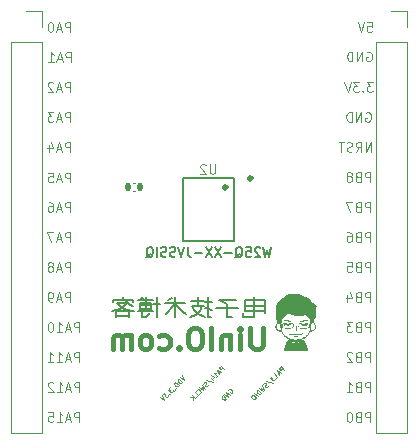
<source format=gbo>
%TF.GenerationSoftware,KiCad,Pcbnew,(6.0.7)*%
%TF.CreationDate,2022-09-30T18:15:50+08:00*%
%TF.ProjectId,UINIO-EVB-STM32L051K8,55494e49-4f2d-4455-9642-2d53544d3332,rev?*%
%TF.SameCoordinates,Original*%
%TF.FileFunction,Legend,Bot*%
%TF.FilePolarity,Positive*%
%FSLAX46Y46*%
G04 Gerber Fmt 4.6, Leading zero omitted, Abs format (unit mm)*
G04 Created by KiCad (PCBNEW (6.0.7)) date 2022-09-30 18:15:50*
%MOMM*%
%LPD*%
G01*
G04 APERTURE LIST*
G04 Aperture macros list*
%AMRoundRect*
0 Rectangle with rounded corners*
0 $1 Rounding radius*
0 $2 $3 $4 $5 $6 $7 $8 $9 X,Y pos of 4 corners*
0 Add a 4 corners polygon primitive as box body*
4,1,4,$2,$3,$4,$5,$6,$7,$8,$9,$2,$3,0*
0 Add four circle primitives for the rounded corners*
1,1,$1+$1,$2,$3*
1,1,$1+$1,$4,$5*
1,1,$1+$1,$6,$7*
1,1,$1+$1,$8,$9*
0 Add four rect primitives between the rounded corners*
20,1,$1+$1,$2,$3,$4,$5,0*
20,1,$1+$1,$4,$5,$6,$7,0*
20,1,$1+$1,$6,$7,$8,$9,0*
20,1,$1+$1,$8,$9,$2,$3,0*%
G04 Aperture macros list end*
%ADD10C,0.100000*%
%ADD11C,0.200000*%
%ADD12C,0.400000*%
%ADD13C,0.150000*%
%ADD14C,0.300000*%
%ADD15C,0.120000*%
%ADD16C,0.152000*%
%ADD17O,1.700000X1.700000*%
%ADD18R,1.700000X1.700000*%
%ADD19C,0.650000*%
%ADD20O,1.000000X2.100000*%
%ADD21O,1.000000X1.900000*%
%ADD22O,2.250000X0.630000*%
%ADD23RoundRect,0.140000X-0.140000X-0.170000X0.140000X-0.170000X0.140000X0.170000X-0.140000X0.170000X0*%
G04 APERTURE END LIST*
D10*
X156254416Y-125451488D02*
X155971573Y-125168645D01*
X155863824Y-125276395D01*
X155850355Y-125316801D01*
X155850355Y-125343739D01*
X155863824Y-125384145D01*
X155904230Y-125424551D01*
X155944636Y-125438019D01*
X155971573Y-125438019D01*
X156011980Y-125424551D01*
X156119729Y-125316801D01*
X155904230Y-125640050D02*
X155769543Y-125774737D01*
X156011980Y-125693925D02*
X155634856Y-125505363D01*
X155823418Y-125882487D01*
X155580981Y-126124923D02*
X155742605Y-125963299D01*
X155661793Y-126044111D02*
X155378951Y-125761268D01*
X155446294Y-125774737D01*
X155500169Y-125774737D01*
X155540575Y-125761268D01*
X155149983Y-126178798D02*
X155338544Y-126367360D01*
X155109577Y-126003705D02*
X155378951Y-126138392D01*
X155203857Y-126313485D01*
X154692047Y-126421235D02*
X155298138Y-126542453D01*
X154894077Y-126784890D02*
X154867140Y-126838764D01*
X154799796Y-126906108D01*
X154759390Y-126919577D01*
X154732453Y-126919577D01*
X154692047Y-126906108D01*
X154665109Y-126879170D01*
X154651641Y-126838764D01*
X154651641Y-126811827D01*
X154665109Y-126771421D01*
X154705516Y-126704077D01*
X154718984Y-126663671D01*
X154718984Y-126636734D01*
X154705516Y-126596328D01*
X154678578Y-126569390D01*
X154638172Y-126555922D01*
X154611235Y-126555922D01*
X154570829Y-126569390D01*
X154503485Y-126636734D01*
X154476548Y-126690609D01*
X154368798Y-126771421D02*
X154584297Y-127121607D01*
X154328392Y-126973451D01*
X154476548Y-127229357D01*
X154126361Y-127013857D01*
X154112893Y-127539137D02*
X154139830Y-127539137D01*
X154193705Y-127512199D01*
X154220642Y-127485262D01*
X154247580Y-127431387D01*
X154247580Y-127377512D01*
X154234111Y-127337106D01*
X154193705Y-127269763D01*
X154153299Y-127229357D01*
X154085955Y-127188951D01*
X154045549Y-127175482D01*
X153991674Y-127175482D01*
X153937800Y-127202419D01*
X153910862Y-127229357D01*
X153883925Y-127283231D01*
X153883925Y-127310169D01*
X153883925Y-127821980D02*
X154018612Y-127687292D01*
X153735769Y-127404450D01*
X153789644Y-127916260D02*
X153506801Y-127633418D01*
X153628019Y-128077885D02*
X153587613Y-127795042D01*
X153345177Y-127795042D02*
X153668426Y-127795042D01*
X156584077Y-127253079D02*
X156597546Y-127212673D01*
X156637952Y-127172267D01*
X156691827Y-127145329D01*
X156745702Y-127145329D01*
X156786108Y-127158798D01*
X156853451Y-127199204D01*
X156893857Y-127239610D01*
X156934264Y-127306954D01*
X156947732Y-127347360D01*
X156947732Y-127401235D01*
X156920795Y-127455109D01*
X156893857Y-127482047D01*
X156839983Y-127508984D01*
X156813045Y-127508984D01*
X156718764Y-127414703D01*
X156772639Y-127360829D01*
X156718764Y-127657140D02*
X156435922Y-127374297D01*
X156557140Y-127818764D01*
X156274297Y-127535922D01*
X156422453Y-127953451D02*
X156139610Y-127670609D01*
X156072267Y-127737952D01*
X156045329Y-127791827D01*
X156045329Y-127845702D01*
X156058798Y-127886108D01*
X156099204Y-127953451D01*
X156139610Y-127993857D01*
X156206954Y-128034264D01*
X156247360Y-128047732D01*
X156301235Y-128047732D01*
X156355109Y-128020795D01*
X156422453Y-127953451D01*
X161324010Y-125521894D02*
X161041167Y-125239052D01*
X160933418Y-125346801D01*
X160919949Y-125387207D01*
X160919949Y-125414145D01*
X160933418Y-125454551D01*
X160973824Y-125494957D01*
X161014230Y-125508426D01*
X161041167Y-125508426D01*
X161081573Y-125494957D01*
X161189323Y-125387207D01*
X160973824Y-125710456D02*
X160839137Y-125845143D01*
X161081573Y-125764331D02*
X160704450Y-125575769D01*
X160893012Y-125952893D01*
X160650575Y-126195329D02*
X160812199Y-126033705D01*
X160731387Y-126114517D02*
X160448544Y-125831674D01*
X160515888Y-125845143D01*
X160569763Y-125845143D01*
X160610169Y-125831674D01*
X160273451Y-126006768D02*
X160098358Y-126181861D01*
X160300389Y-126195329D01*
X160259983Y-126235735D01*
X160246514Y-126276142D01*
X160246514Y-126303079D01*
X160259983Y-126343485D01*
X160327326Y-126410829D01*
X160367732Y-126424297D01*
X160394670Y-126424297D01*
X160435076Y-126410829D01*
X160515888Y-126330016D01*
X160529357Y-126289610D01*
X160529357Y-126262673D01*
X159761641Y-126491641D02*
X160367732Y-126612859D01*
X159963671Y-126855296D02*
X159936734Y-126909170D01*
X159869390Y-126976514D01*
X159828984Y-126989983D01*
X159802047Y-126989983D01*
X159761641Y-126976514D01*
X159734703Y-126949577D01*
X159721235Y-126909170D01*
X159721235Y-126882233D01*
X159734703Y-126841827D01*
X159775109Y-126774483D01*
X159788578Y-126734077D01*
X159788578Y-126707140D01*
X159775109Y-126666734D01*
X159748172Y-126639796D01*
X159707766Y-126626328D01*
X159680829Y-126626328D01*
X159640422Y-126639796D01*
X159573079Y-126707140D01*
X159546142Y-126761015D01*
X159438392Y-126841827D02*
X159653891Y-127192013D01*
X159397986Y-127043857D01*
X159546142Y-127299763D01*
X159195955Y-127084264D01*
X159371048Y-127474856D02*
X159088206Y-127192013D01*
X159020862Y-127259357D01*
X158993925Y-127313231D01*
X158993925Y-127367106D01*
X159007394Y-127407512D01*
X159047800Y-127474856D01*
X159088206Y-127515262D01*
X159155549Y-127555668D01*
X159195955Y-127569137D01*
X159249830Y-127569137D01*
X159303705Y-127542199D01*
X159371048Y-127474856D01*
X159088206Y-127757699D02*
X158805363Y-127474856D01*
X158616801Y-127663418D02*
X158562926Y-127717292D01*
X158549458Y-127757699D01*
X158549458Y-127811573D01*
X158589864Y-127878917D01*
X158684145Y-127973198D01*
X158751488Y-128013604D01*
X158805363Y-128013604D01*
X158845769Y-128000135D01*
X158899644Y-127946260D01*
X158913113Y-127905854D01*
X158913113Y-127851980D01*
X158872707Y-127784636D01*
X158778426Y-127690355D01*
X158711082Y-127649949D01*
X158657207Y-127649949D01*
X158616801Y-127663418D01*
X152677918Y-125982300D02*
X152866480Y-126359424D01*
X152489357Y-126170862D01*
X152677918Y-126547986D02*
X152395076Y-126265143D01*
X152327732Y-126332487D01*
X152300795Y-126386361D01*
X152300795Y-126440236D01*
X152314264Y-126480642D01*
X152354670Y-126547986D01*
X152395076Y-126588392D01*
X152462419Y-126628798D01*
X152502825Y-126642267D01*
X152556700Y-126642267D01*
X152610575Y-126615329D01*
X152677918Y-126547986D01*
X152395076Y-126830829D02*
X152112233Y-126547986D01*
X152044890Y-126615329D01*
X152017952Y-126669204D01*
X152017952Y-126723079D01*
X152031421Y-126763485D01*
X152071827Y-126830829D01*
X152112233Y-126871235D01*
X152179577Y-126911641D01*
X152219983Y-126925109D01*
X152273857Y-126925109D01*
X152327732Y-126898172D01*
X152395076Y-126830829D01*
X152206514Y-127073265D02*
X151991015Y-127288764D01*
X151640829Y-127019390D02*
X151465735Y-127194483D01*
X151667766Y-127207952D01*
X151627360Y-127248358D01*
X151613891Y-127288764D01*
X151613891Y-127315702D01*
X151627360Y-127356108D01*
X151694703Y-127423451D01*
X151735109Y-127436920D01*
X151762047Y-127436920D01*
X151802453Y-127423451D01*
X151883265Y-127342639D01*
X151896734Y-127302233D01*
X151896734Y-127275296D01*
X151600422Y-127571607D02*
X151600422Y-127598544D01*
X151627360Y-127598544D01*
X151627360Y-127571607D01*
X151600422Y-127571607D01*
X151627360Y-127598544D01*
X151236768Y-127423451D02*
X151061674Y-127598544D01*
X151263705Y-127612013D01*
X151223299Y-127652419D01*
X151209830Y-127692825D01*
X151209830Y-127719763D01*
X151223299Y-127760169D01*
X151290642Y-127827512D01*
X151331048Y-127840981D01*
X151357986Y-127840981D01*
X151398392Y-127827512D01*
X151479204Y-127746700D01*
X151492673Y-127706294D01*
X151492673Y-127679357D01*
X150980862Y-127679357D02*
X151169424Y-128056480D01*
X150792300Y-127867918D01*
X168630476Y-112131904D02*
X168630476Y-111331904D01*
X168325714Y-111331904D01*
X168249523Y-111370000D01*
X168211428Y-111408095D01*
X168173333Y-111484285D01*
X168173333Y-111598571D01*
X168211428Y-111674761D01*
X168249523Y-111712857D01*
X168325714Y-111750952D01*
X168630476Y-111750952D01*
X167563809Y-111712857D02*
X167449523Y-111750952D01*
X167411428Y-111789047D01*
X167373333Y-111865238D01*
X167373333Y-111979523D01*
X167411428Y-112055714D01*
X167449523Y-112093809D01*
X167525714Y-112131904D01*
X167830476Y-112131904D01*
X167830476Y-111331904D01*
X167563809Y-111331904D01*
X167487619Y-111370000D01*
X167449523Y-111408095D01*
X167411428Y-111484285D01*
X167411428Y-111560476D01*
X167449523Y-111636666D01*
X167487619Y-111674761D01*
X167563809Y-111712857D01*
X167830476Y-111712857D01*
X167106666Y-111331904D02*
X166573333Y-111331904D01*
X166916190Y-112131904D01*
X168630476Y-119751904D02*
X168630476Y-118951904D01*
X168325714Y-118951904D01*
X168249523Y-118990000D01*
X168211428Y-119028095D01*
X168173333Y-119104285D01*
X168173333Y-119218571D01*
X168211428Y-119294761D01*
X168249523Y-119332857D01*
X168325714Y-119370952D01*
X168630476Y-119370952D01*
X167563809Y-119332857D02*
X167449523Y-119370952D01*
X167411428Y-119409047D01*
X167373333Y-119485238D01*
X167373333Y-119599523D01*
X167411428Y-119675714D01*
X167449523Y-119713809D01*
X167525714Y-119751904D01*
X167830476Y-119751904D01*
X167830476Y-118951904D01*
X167563809Y-118951904D01*
X167487619Y-118990000D01*
X167449523Y-119028095D01*
X167411428Y-119104285D01*
X167411428Y-119180476D01*
X167449523Y-119256666D01*
X167487619Y-119294761D01*
X167563809Y-119332857D01*
X167830476Y-119332857D01*
X166687619Y-119218571D02*
X166687619Y-119751904D01*
X166878095Y-118913809D02*
X167068571Y-119485238D01*
X166573333Y-119485238D01*
X168630476Y-129911904D02*
X168630476Y-129111904D01*
X168325714Y-129111904D01*
X168249523Y-129150000D01*
X168211428Y-129188095D01*
X168173333Y-129264285D01*
X168173333Y-129378571D01*
X168211428Y-129454761D01*
X168249523Y-129492857D01*
X168325714Y-129530952D01*
X168630476Y-129530952D01*
X167563809Y-129492857D02*
X167449523Y-129530952D01*
X167411428Y-129569047D01*
X167373333Y-129645238D01*
X167373333Y-129759523D01*
X167411428Y-129835714D01*
X167449523Y-129873809D01*
X167525714Y-129911904D01*
X167830476Y-129911904D01*
X167830476Y-129111904D01*
X167563809Y-129111904D01*
X167487619Y-129150000D01*
X167449523Y-129188095D01*
X167411428Y-129264285D01*
X167411428Y-129340476D01*
X167449523Y-129416666D01*
X167487619Y-129454761D01*
X167563809Y-129492857D01*
X167830476Y-129492857D01*
X166878095Y-129111904D02*
X166801904Y-129111904D01*
X166725714Y-129150000D01*
X166687619Y-129188095D01*
X166649523Y-129264285D01*
X166611428Y-129416666D01*
X166611428Y-129607142D01*
X166649523Y-129759523D01*
X166687619Y-129835714D01*
X166725714Y-129873809D01*
X166801904Y-129911904D01*
X166878095Y-129911904D01*
X166954285Y-129873809D01*
X166992380Y-129835714D01*
X167030476Y-129759523D01*
X167068571Y-129607142D01*
X167068571Y-129416666D01*
X167030476Y-129264285D01*
X166992380Y-129188095D01*
X166954285Y-129150000D01*
X166878095Y-129111904D01*
X143974285Y-124831904D02*
X143974285Y-124031904D01*
X143669523Y-124031904D01*
X143593333Y-124070000D01*
X143555238Y-124108095D01*
X143517142Y-124184285D01*
X143517142Y-124298571D01*
X143555238Y-124374761D01*
X143593333Y-124412857D01*
X143669523Y-124450952D01*
X143974285Y-124450952D01*
X143212380Y-124603333D02*
X142831428Y-124603333D01*
X143288571Y-124831904D02*
X143021904Y-124031904D01*
X142755238Y-124831904D01*
X142069523Y-124831904D02*
X142526666Y-124831904D01*
X142298095Y-124831904D02*
X142298095Y-124031904D01*
X142374285Y-124146190D01*
X142450476Y-124222380D01*
X142526666Y-124260476D01*
X141307619Y-124831904D02*
X141764761Y-124831904D01*
X141536190Y-124831904D02*
X141536190Y-124031904D01*
X141612380Y-124146190D01*
X141688571Y-124222380D01*
X141764761Y-124260476D01*
X168630476Y-122291904D02*
X168630476Y-121491904D01*
X168325714Y-121491904D01*
X168249523Y-121530000D01*
X168211428Y-121568095D01*
X168173333Y-121644285D01*
X168173333Y-121758571D01*
X168211428Y-121834761D01*
X168249523Y-121872857D01*
X168325714Y-121910952D01*
X168630476Y-121910952D01*
X167563809Y-121872857D02*
X167449523Y-121910952D01*
X167411428Y-121949047D01*
X167373333Y-122025238D01*
X167373333Y-122139523D01*
X167411428Y-122215714D01*
X167449523Y-122253809D01*
X167525714Y-122291904D01*
X167830476Y-122291904D01*
X167830476Y-121491904D01*
X167563809Y-121491904D01*
X167487619Y-121530000D01*
X167449523Y-121568095D01*
X167411428Y-121644285D01*
X167411428Y-121720476D01*
X167449523Y-121796666D01*
X167487619Y-121834761D01*
X167563809Y-121872857D01*
X167830476Y-121872857D01*
X167106666Y-121491904D02*
X166611428Y-121491904D01*
X166878095Y-121796666D01*
X166763809Y-121796666D01*
X166687619Y-121834761D01*
X166649523Y-121872857D01*
X166611428Y-121949047D01*
X166611428Y-122139523D01*
X166649523Y-122215714D01*
X166687619Y-122253809D01*
X166763809Y-122291904D01*
X166992380Y-122291904D01*
X167068571Y-122253809D01*
X167106666Y-122215714D01*
X168684285Y-107051904D02*
X168684285Y-106251904D01*
X168227142Y-107051904D01*
X168227142Y-106251904D01*
X167389047Y-107051904D02*
X167655714Y-106670952D01*
X167846190Y-107051904D02*
X167846190Y-106251904D01*
X167541428Y-106251904D01*
X167465238Y-106290000D01*
X167427142Y-106328095D01*
X167389047Y-106404285D01*
X167389047Y-106518571D01*
X167427142Y-106594761D01*
X167465238Y-106632857D01*
X167541428Y-106670952D01*
X167846190Y-106670952D01*
X167084285Y-107013809D02*
X166970000Y-107051904D01*
X166779523Y-107051904D01*
X166703333Y-107013809D01*
X166665238Y-106975714D01*
X166627142Y-106899523D01*
X166627142Y-106823333D01*
X166665238Y-106747142D01*
X166703333Y-106709047D01*
X166779523Y-106670952D01*
X166931904Y-106632857D01*
X167008095Y-106594761D01*
X167046190Y-106556666D01*
X167084285Y-106480476D01*
X167084285Y-106404285D01*
X167046190Y-106328095D01*
X167008095Y-106290000D01*
X166931904Y-106251904D01*
X166741428Y-106251904D01*
X166627142Y-106290000D01*
X166398571Y-106251904D02*
X165941428Y-106251904D01*
X166170000Y-107051904D02*
X166170000Y-106251904D01*
X168630476Y-114671904D02*
X168630476Y-113871904D01*
X168325714Y-113871904D01*
X168249523Y-113910000D01*
X168211428Y-113948095D01*
X168173333Y-114024285D01*
X168173333Y-114138571D01*
X168211428Y-114214761D01*
X168249523Y-114252857D01*
X168325714Y-114290952D01*
X168630476Y-114290952D01*
X167563809Y-114252857D02*
X167449523Y-114290952D01*
X167411428Y-114329047D01*
X167373333Y-114405238D01*
X167373333Y-114519523D01*
X167411428Y-114595714D01*
X167449523Y-114633809D01*
X167525714Y-114671904D01*
X167830476Y-114671904D01*
X167830476Y-113871904D01*
X167563809Y-113871904D01*
X167487619Y-113910000D01*
X167449523Y-113948095D01*
X167411428Y-114024285D01*
X167411428Y-114100476D01*
X167449523Y-114176666D01*
X167487619Y-114214761D01*
X167563809Y-114252857D01*
X167830476Y-114252857D01*
X166687619Y-113871904D02*
X166840000Y-113871904D01*
X166916190Y-113910000D01*
X166954285Y-113948095D01*
X167030476Y-114062380D01*
X167068571Y-114214761D01*
X167068571Y-114519523D01*
X167030476Y-114595714D01*
X166992380Y-114633809D01*
X166916190Y-114671904D01*
X166763809Y-114671904D01*
X166687619Y-114633809D01*
X166649523Y-114595714D01*
X166611428Y-114519523D01*
X166611428Y-114329047D01*
X166649523Y-114252857D01*
X166687619Y-114214761D01*
X166763809Y-114176666D01*
X166916190Y-114176666D01*
X166992380Y-114214761D01*
X167030476Y-114252857D01*
X167068571Y-114329047D01*
X143994285Y-127371904D02*
X143994285Y-126571904D01*
X143689523Y-126571904D01*
X143613333Y-126610000D01*
X143575238Y-126648095D01*
X143537142Y-126724285D01*
X143537142Y-126838571D01*
X143575238Y-126914761D01*
X143613333Y-126952857D01*
X143689523Y-126990952D01*
X143994285Y-126990952D01*
X143232380Y-127143333D02*
X142851428Y-127143333D01*
X143308571Y-127371904D02*
X143041904Y-126571904D01*
X142775238Y-127371904D01*
X142089523Y-127371904D02*
X142546666Y-127371904D01*
X142318095Y-127371904D02*
X142318095Y-126571904D01*
X142394285Y-126686190D01*
X142470476Y-126762380D01*
X142546666Y-126800476D01*
X141784761Y-126648095D02*
X141746666Y-126610000D01*
X141670476Y-126571904D01*
X141480000Y-126571904D01*
X141403809Y-126610000D01*
X141365714Y-126648095D01*
X141327619Y-126724285D01*
X141327619Y-126800476D01*
X141365714Y-126914761D01*
X141822857Y-127371904D01*
X141327619Y-127371904D01*
X143984285Y-129901904D02*
X143984285Y-129101904D01*
X143679523Y-129101904D01*
X143603333Y-129140000D01*
X143565238Y-129178095D01*
X143527142Y-129254285D01*
X143527142Y-129368571D01*
X143565238Y-129444761D01*
X143603333Y-129482857D01*
X143679523Y-129520952D01*
X143984285Y-129520952D01*
X143222380Y-129673333D02*
X142841428Y-129673333D01*
X143298571Y-129901904D02*
X143031904Y-129101904D01*
X142765238Y-129901904D01*
X142079523Y-129901904D02*
X142536666Y-129901904D01*
X142308095Y-129901904D02*
X142308095Y-129101904D01*
X142384285Y-129216190D01*
X142460476Y-129292380D01*
X142536666Y-129330476D01*
X141355714Y-129101904D02*
X141736666Y-129101904D01*
X141774761Y-129482857D01*
X141736666Y-129444761D01*
X141660476Y-129406666D01*
X141470000Y-129406666D01*
X141393809Y-129444761D01*
X141355714Y-129482857D01*
X141317619Y-129559047D01*
X141317619Y-129749523D01*
X141355714Y-129825714D01*
X141393809Y-129863809D01*
X141470000Y-129901904D01*
X141660476Y-129901904D01*
X141736666Y-129863809D01*
X141774761Y-129825714D01*
X168630476Y-109591904D02*
X168630476Y-108791904D01*
X168325714Y-108791904D01*
X168249523Y-108830000D01*
X168211428Y-108868095D01*
X168173333Y-108944285D01*
X168173333Y-109058571D01*
X168211428Y-109134761D01*
X168249523Y-109172857D01*
X168325714Y-109210952D01*
X168630476Y-109210952D01*
X167563809Y-109172857D02*
X167449523Y-109210952D01*
X167411428Y-109249047D01*
X167373333Y-109325238D01*
X167373333Y-109439523D01*
X167411428Y-109515714D01*
X167449523Y-109553809D01*
X167525714Y-109591904D01*
X167830476Y-109591904D01*
X167830476Y-108791904D01*
X167563809Y-108791904D01*
X167487619Y-108830000D01*
X167449523Y-108868095D01*
X167411428Y-108944285D01*
X167411428Y-109020476D01*
X167449523Y-109096666D01*
X167487619Y-109134761D01*
X167563809Y-109172857D01*
X167830476Y-109172857D01*
X166916190Y-109134761D02*
X166992380Y-109096666D01*
X167030476Y-109058571D01*
X167068571Y-108982380D01*
X167068571Y-108944285D01*
X167030476Y-108868095D01*
X166992380Y-108830000D01*
X166916190Y-108791904D01*
X166763809Y-108791904D01*
X166687619Y-108830000D01*
X166649523Y-108868095D01*
X166611428Y-108944285D01*
X166611428Y-108982380D01*
X166649523Y-109058571D01*
X166687619Y-109096666D01*
X166763809Y-109134761D01*
X166916190Y-109134761D01*
X166992380Y-109172857D01*
X167030476Y-109210952D01*
X167068571Y-109287142D01*
X167068571Y-109439523D01*
X167030476Y-109515714D01*
X166992380Y-109553809D01*
X166916190Y-109591904D01*
X166763809Y-109591904D01*
X166687619Y-109553809D01*
X166649523Y-109515714D01*
X166611428Y-109439523D01*
X166611428Y-109287142D01*
X166649523Y-109210952D01*
X166687619Y-109172857D01*
X166763809Y-109134761D01*
X143974285Y-122291904D02*
X143974285Y-121491904D01*
X143669523Y-121491904D01*
X143593333Y-121530000D01*
X143555238Y-121568095D01*
X143517142Y-121644285D01*
X143517142Y-121758571D01*
X143555238Y-121834761D01*
X143593333Y-121872857D01*
X143669523Y-121910952D01*
X143974285Y-121910952D01*
X143212380Y-122063333D02*
X142831428Y-122063333D01*
X143288571Y-122291904D02*
X143021904Y-121491904D01*
X142755238Y-122291904D01*
X142069523Y-122291904D02*
X142526666Y-122291904D01*
X142298095Y-122291904D02*
X142298095Y-121491904D01*
X142374285Y-121606190D01*
X142450476Y-121682380D01*
X142526666Y-121720476D01*
X141574285Y-121491904D02*
X141498095Y-121491904D01*
X141421904Y-121530000D01*
X141383809Y-121568095D01*
X141345714Y-121644285D01*
X141307619Y-121796666D01*
X141307619Y-121987142D01*
X141345714Y-122139523D01*
X141383809Y-122215714D01*
X141421904Y-122253809D01*
X141498095Y-122291904D01*
X141574285Y-122291904D01*
X141650476Y-122253809D01*
X141688571Y-122215714D01*
X141726666Y-122139523D01*
X141764761Y-121987142D01*
X141764761Y-121796666D01*
X141726666Y-121644285D01*
X141688571Y-121568095D01*
X141650476Y-121530000D01*
X141574285Y-121491904D01*
X143203333Y-104511904D02*
X143203333Y-103711904D01*
X142898571Y-103711904D01*
X142822380Y-103750000D01*
X142784285Y-103788095D01*
X142746190Y-103864285D01*
X142746190Y-103978571D01*
X142784285Y-104054761D01*
X142822380Y-104092857D01*
X142898571Y-104130952D01*
X143203333Y-104130952D01*
X142441428Y-104283333D02*
X142060476Y-104283333D01*
X142517619Y-104511904D02*
X142250952Y-103711904D01*
X141984285Y-104511904D01*
X141793809Y-103711904D02*
X141298571Y-103711904D01*
X141565238Y-104016666D01*
X141450952Y-104016666D01*
X141374761Y-104054761D01*
X141336666Y-104092857D01*
X141298571Y-104169047D01*
X141298571Y-104359523D01*
X141336666Y-104435714D01*
X141374761Y-104473809D01*
X141450952Y-104511904D01*
X141679523Y-104511904D01*
X141755714Y-104473809D01*
X141793809Y-104435714D01*
X143203333Y-112131904D02*
X143203333Y-111331904D01*
X142898571Y-111331904D01*
X142822380Y-111370000D01*
X142784285Y-111408095D01*
X142746190Y-111484285D01*
X142746190Y-111598571D01*
X142784285Y-111674761D01*
X142822380Y-111712857D01*
X142898571Y-111750952D01*
X143203333Y-111750952D01*
X142441428Y-111903333D02*
X142060476Y-111903333D01*
X142517619Y-112131904D02*
X142250952Y-111331904D01*
X141984285Y-112131904D01*
X141374761Y-111331904D02*
X141527142Y-111331904D01*
X141603333Y-111370000D01*
X141641428Y-111408095D01*
X141717619Y-111522380D01*
X141755714Y-111674761D01*
X141755714Y-111979523D01*
X141717619Y-112055714D01*
X141679523Y-112093809D01*
X141603333Y-112131904D01*
X141450952Y-112131904D01*
X141374761Y-112093809D01*
X141336666Y-112055714D01*
X141298571Y-111979523D01*
X141298571Y-111789047D01*
X141336666Y-111712857D01*
X141374761Y-111674761D01*
X141450952Y-111636666D01*
X141603333Y-111636666D01*
X141679523Y-111674761D01*
X141717619Y-111712857D01*
X141755714Y-111789047D01*
D11*
X159662000Y-120146000D02*
X158019142Y-120146000D01*
X159662000Y-120574571D02*
X158019142Y-120574571D01*
X158804857Y-121074571D02*
X157876285Y-121074571D01*
X159662000Y-119646000D02*
X159662000Y-120717428D01*
X158804857Y-119360285D02*
X158804857Y-121074571D01*
X159662000Y-119646000D02*
X158019142Y-119646000D01*
X158019142Y-120574571D01*
X157804857Y-120717428D02*
X157876285Y-121074571D01*
X157447714Y-120288857D02*
X155590571Y-120288857D01*
X156947714Y-121074571D02*
X156519142Y-121074571D01*
X156519142Y-119931714D02*
X156519142Y-121074571D01*
X157233428Y-119574571D02*
X155804857Y-119574571D01*
X156019142Y-119717428D01*
X156519142Y-119931714D01*
X154519142Y-119717428D02*
X153447714Y-119717428D01*
X155233428Y-119788857D02*
X154662000Y-119788857D01*
X155162000Y-121074571D02*
X154947714Y-121074571D01*
X154876285Y-119360285D02*
X154876285Y-121074571D01*
X154019142Y-119360285D02*
X154019142Y-120146000D01*
X154376285Y-120146000D02*
X154233428Y-120503142D01*
X153876285Y-120860285D01*
X153376285Y-121074571D01*
X154519142Y-120146000D02*
X153519142Y-120146000D01*
X153662000Y-120431714D01*
X154019142Y-120788857D01*
X154662000Y-121074571D01*
X154590571Y-120288857D02*
X155233428Y-120431714D01*
X152947714Y-119860285D02*
X151233428Y-119860285D01*
X152090571Y-119360285D02*
X152090571Y-121074571D01*
X152019142Y-120003142D02*
X151304857Y-120788857D01*
X152162000Y-119860285D02*
X151804857Y-120217428D01*
X152733428Y-120646000D02*
X153019142Y-120788857D01*
X152090571Y-119788857D02*
X152233428Y-120146000D01*
X152804857Y-120717428D01*
X151804857Y-119431714D02*
X151519142Y-119574571D01*
X150233428Y-119646000D02*
X148947714Y-119646000D01*
X150804857Y-119931714D02*
X150233428Y-119931714D01*
X150090571Y-120074571D02*
X149090571Y-120074571D01*
X150090571Y-120360285D02*
X149090571Y-120360285D01*
X150233428Y-120574571D02*
X148947714Y-120574571D01*
X149590571Y-121074571D02*
X149304857Y-121074571D01*
X150519142Y-119360285D02*
X150519142Y-121074571D01*
X150090571Y-119860285D02*
X150090571Y-120360285D01*
X149590571Y-119360285D02*
X149590571Y-120360285D01*
X149304857Y-120360285D02*
X149304857Y-121074571D01*
X150090571Y-119860285D02*
X149090571Y-119860285D01*
X149090571Y-120360285D01*
X149947714Y-120717428D02*
X149733428Y-120931714D01*
X149376285Y-119431714D02*
X149090571Y-119503142D01*
X148162000Y-121003142D02*
X147090571Y-121003142D01*
X148519142Y-119574571D02*
X148519142Y-119788857D01*
X148162000Y-120503142D02*
X148162000Y-121074571D01*
X147662000Y-119360285D02*
X147662000Y-119574571D01*
X148376285Y-120574571D02*
X147090571Y-120574571D01*
X147090571Y-121074571D01*
X148519142Y-119574571D02*
X146804857Y-119574571D01*
X146804857Y-119788857D01*
X147947714Y-119717428D02*
X148233428Y-120003142D01*
X148519142Y-120146000D01*
X148019142Y-119860285D02*
X147804857Y-120146000D01*
X147447714Y-120360285D01*
X146733428Y-120574571D01*
X148019142Y-119860285D02*
X147162000Y-119860285D01*
X147447714Y-120146000D01*
X147947714Y-120431714D01*
X148590571Y-120574571D01*
D10*
X168630476Y-124831904D02*
X168630476Y-124031904D01*
X168325714Y-124031904D01*
X168249523Y-124070000D01*
X168211428Y-124108095D01*
X168173333Y-124184285D01*
X168173333Y-124298571D01*
X168211428Y-124374761D01*
X168249523Y-124412857D01*
X168325714Y-124450952D01*
X168630476Y-124450952D01*
X167563809Y-124412857D02*
X167449523Y-124450952D01*
X167411428Y-124489047D01*
X167373333Y-124565238D01*
X167373333Y-124679523D01*
X167411428Y-124755714D01*
X167449523Y-124793809D01*
X167525714Y-124831904D01*
X167830476Y-124831904D01*
X167830476Y-124031904D01*
X167563809Y-124031904D01*
X167487619Y-124070000D01*
X167449523Y-124108095D01*
X167411428Y-124184285D01*
X167411428Y-124260476D01*
X167449523Y-124336666D01*
X167487619Y-124374761D01*
X167563809Y-124412857D01*
X167830476Y-124412857D01*
X167068571Y-124108095D02*
X167030476Y-124070000D01*
X166954285Y-124031904D01*
X166763809Y-124031904D01*
X166687619Y-124070000D01*
X166649523Y-124108095D01*
X166611428Y-124184285D01*
X166611428Y-124260476D01*
X166649523Y-124374761D01*
X167106666Y-124831904D01*
X166611428Y-124831904D01*
X143227746Y-109637948D02*
X143227746Y-108837948D01*
X142922984Y-108837948D01*
X142846793Y-108876044D01*
X142808698Y-108914139D01*
X142770603Y-108990329D01*
X142770603Y-109104615D01*
X142808698Y-109180805D01*
X142846793Y-109218901D01*
X142922984Y-109256996D01*
X143227746Y-109256996D01*
X142465841Y-109409377D02*
X142084889Y-109409377D01*
X142542032Y-109637948D02*
X142275365Y-108837948D01*
X142008698Y-109637948D01*
X141361079Y-108837948D02*
X141742032Y-108837948D01*
X141780127Y-109218901D01*
X141742032Y-109180805D01*
X141665841Y-109142710D01*
X141475365Y-109142710D01*
X141399174Y-109180805D01*
X141361079Y-109218901D01*
X141322984Y-109295091D01*
X141322984Y-109485567D01*
X141361079Y-109561758D01*
X141399174Y-109599853D01*
X141475365Y-109637948D01*
X141665841Y-109637948D01*
X141742032Y-109599853D01*
X141780127Y-109561758D01*
X143203333Y-119751904D02*
X143203333Y-118951904D01*
X142898571Y-118951904D01*
X142822380Y-118990000D01*
X142784285Y-119028095D01*
X142746190Y-119104285D01*
X142746190Y-119218571D01*
X142784285Y-119294761D01*
X142822380Y-119332857D01*
X142898571Y-119370952D01*
X143203333Y-119370952D01*
X142441428Y-119523333D02*
X142060476Y-119523333D01*
X142517619Y-119751904D02*
X142250952Y-118951904D01*
X141984285Y-119751904D01*
X141679523Y-119751904D02*
X141527142Y-119751904D01*
X141450952Y-119713809D01*
X141412857Y-119675714D01*
X141336666Y-119561428D01*
X141298571Y-119409047D01*
X141298571Y-119104285D01*
X141336666Y-119028095D01*
X141374761Y-118990000D01*
X141450952Y-118951904D01*
X141603333Y-118951904D01*
X141679523Y-118990000D01*
X141717619Y-119028095D01*
X141755714Y-119104285D01*
X141755714Y-119294761D01*
X141717619Y-119370952D01*
X141679523Y-119409047D01*
X141603333Y-119447142D01*
X141450952Y-119447142D01*
X141374761Y-119409047D01*
X141336666Y-119370952D01*
X141298571Y-119294761D01*
X143203333Y-114671904D02*
X143203333Y-113871904D01*
X142898571Y-113871904D01*
X142822380Y-113910000D01*
X142784285Y-113948095D01*
X142746190Y-114024285D01*
X142746190Y-114138571D01*
X142784285Y-114214761D01*
X142822380Y-114252857D01*
X142898571Y-114290952D01*
X143203333Y-114290952D01*
X142441428Y-114443333D02*
X142060476Y-114443333D01*
X142517619Y-114671904D02*
X142250952Y-113871904D01*
X141984285Y-114671904D01*
X141793809Y-113871904D02*
X141260476Y-113871904D01*
X141603333Y-114671904D01*
D12*
X159504857Y-121950285D02*
X159504857Y-123407428D01*
X159419142Y-123578857D01*
X159333428Y-123664571D01*
X159162000Y-123750285D01*
X158819142Y-123750285D01*
X158647714Y-123664571D01*
X158562000Y-123578857D01*
X158476285Y-123407428D01*
X158476285Y-121950285D01*
X157619142Y-123750285D02*
X157619142Y-122550285D01*
X157619142Y-121950285D02*
X157704857Y-122036000D01*
X157619142Y-122121714D01*
X157533428Y-122036000D01*
X157619142Y-121950285D01*
X157619142Y-122121714D01*
X156762000Y-122550285D02*
X156762000Y-123750285D01*
X156762000Y-122721714D02*
X156676285Y-122636000D01*
X156504857Y-122550285D01*
X156247714Y-122550285D01*
X156076285Y-122636000D01*
X155990571Y-122807428D01*
X155990571Y-123750285D01*
X155133428Y-123750285D02*
X155133428Y-121950285D01*
X153933428Y-121950285D02*
X153590571Y-121950285D01*
X153419142Y-122036000D01*
X153247714Y-122207428D01*
X153162000Y-122550285D01*
X153162000Y-123150285D01*
X153247714Y-123493142D01*
X153419142Y-123664571D01*
X153590571Y-123750285D01*
X153933428Y-123750285D01*
X154104857Y-123664571D01*
X154276285Y-123493142D01*
X154362000Y-123150285D01*
X154362000Y-122550285D01*
X154276285Y-122207428D01*
X154104857Y-122036000D01*
X153933428Y-121950285D01*
X152390571Y-123578857D02*
X152304857Y-123664571D01*
X152390571Y-123750285D01*
X152476285Y-123664571D01*
X152390571Y-123578857D01*
X152390571Y-123750285D01*
X150762000Y-123664571D02*
X150933428Y-123750285D01*
X151276285Y-123750285D01*
X151447714Y-123664571D01*
X151533428Y-123578857D01*
X151619142Y-123407428D01*
X151619142Y-122893142D01*
X151533428Y-122721714D01*
X151447714Y-122636000D01*
X151276285Y-122550285D01*
X150933428Y-122550285D01*
X150762000Y-122636000D01*
X149733428Y-123750285D02*
X149904857Y-123664571D01*
X149990571Y-123578857D01*
X150076285Y-123407428D01*
X150076285Y-122893142D01*
X149990571Y-122721714D01*
X149904857Y-122636000D01*
X149733428Y-122550285D01*
X149476285Y-122550285D01*
X149304857Y-122636000D01*
X149219142Y-122721714D01*
X149133428Y-122893142D01*
X149133428Y-123407428D01*
X149219142Y-123578857D01*
X149304857Y-123664571D01*
X149476285Y-123750285D01*
X149733428Y-123750285D01*
X148362000Y-123750285D02*
X148362000Y-122550285D01*
X148362000Y-122721714D02*
X148276285Y-122636000D01*
X148104857Y-122550285D01*
X147847714Y-122550285D01*
X147676285Y-122636000D01*
X147590571Y-122807428D01*
X147590571Y-123750285D01*
X147590571Y-122807428D02*
X147504857Y-122636000D01*
X147333428Y-122550285D01*
X147076285Y-122550285D01*
X146904857Y-122636000D01*
X146819142Y-122807428D01*
X146819142Y-123750285D01*
D10*
X143203333Y-101971904D02*
X143203333Y-101171904D01*
X142898571Y-101171904D01*
X142822380Y-101210000D01*
X142784285Y-101248095D01*
X142746190Y-101324285D01*
X142746190Y-101438571D01*
X142784285Y-101514761D01*
X142822380Y-101552857D01*
X142898571Y-101590952D01*
X143203333Y-101590952D01*
X142441428Y-101743333D02*
X142060476Y-101743333D01*
X142517619Y-101971904D02*
X142250952Y-101171904D01*
X141984285Y-101971904D01*
X141755714Y-101248095D02*
X141717619Y-101210000D01*
X141641428Y-101171904D01*
X141450952Y-101171904D01*
X141374761Y-101210000D01*
X141336666Y-101248095D01*
X141298571Y-101324285D01*
X141298571Y-101400476D01*
X141336666Y-101514761D01*
X141793809Y-101971904D01*
X141298571Y-101971904D01*
X143203333Y-117211904D02*
X143203333Y-116411904D01*
X142898571Y-116411904D01*
X142822380Y-116450000D01*
X142784285Y-116488095D01*
X142746190Y-116564285D01*
X142746190Y-116678571D01*
X142784285Y-116754761D01*
X142822380Y-116792857D01*
X142898571Y-116830952D01*
X143203333Y-116830952D01*
X142441428Y-116983333D02*
X142060476Y-116983333D01*
X142517619Y-117211904D02*
X142250952Y-116411904D01*
X141984285Y-117211904D01*
X141603333Y-116754761D02*
X141679523Y-116716666D01*
X141717619Y-116678571D01*
X141755714Y-116602380D01*
X141755714Y-116564285D01*
X141717619Y-116488095D01*
X141679523Y-116450000D01*
X141603333Y-116411904D01*
X141450952Y-116411904D01*
X141374761Y-116450000D01*
X141336666Y-116488095D01*
X141298571Y-116564285D01*
X141298571Y-116602380D01*
X141336666Y-116678571D01*
X141374761Y-116716666D01*
X141450952Y-116754761D01*
X141603333Y-116754761D01*
X141679523Y-116792857D01*
X141717619Y-116830952D01*
X141755714Y-116907142D01*
X141755714Y-117059523D01*
X141717619Y-117135714D01*
X141679523Y-117173809D01*
X141603333Y-117211904D01*
X141450952Y-117211904D01*
X141374761Y-117173809D01*
X141336666Y-117135714D01*
X141298571Y-117059523D01*
X141298571Y-116907142D01*
X141336666Y-116830952D01*
X141374761Y-116792857D01*
X141450952Y-116754761D01*
X168630476Y-117211904D02*
X168630476Y-116411904D01*
X168325714Y-116411904D01*
X168249523Y-116450000D01*
X168211428Y-116488095D01*
X168173333Y-116564285D01*
X168173333Y-116678571D01*
X168211428Y-116754761D01*
X168249523Y-116792857D01*
X168325714Y-116830952D01*
X168630476Y-116830952D01*
X167563809Y-116792857D02*
X167449523Y-116830952D01*
X167411428Y-116869047D01*
X167373333Y-116945238D01*
X167373333Y-117059523D01*
X167411428Y-117135714D01*
X167449523Y-117173809D01*
X167525714Y-117211904D01*
X167830476Y-117211904D01*
X167830476Y-116411904D01*
X167563809Y-116411904D01*
X167487619Y-116450000D01*
X167449523Y-116488095D01*
X167411428Y-116564285D01*
X167411428Y-116640476D01*
X167449523Y-116716666D01*
X167487619Y-116754761D01*
X167563809Y-116792857D01*
X167830476Y-116792857D01*
X166649523Y-116411904D02*
X167030476Y-116411904D01*
X167068571Y-116792857D01*
X167030476Y-116754761D01*
X166954285Y-116716666D01*
X166763809Y-116716666D01*
X166687619Y-116754761D01*
X166649523Y-116792857D01*
X166611428Y-116869047D01*
X166611428Y-117059523D01*
X166649523Y-117135714D01*
X166687619Y-117173809D01*
X166763809Y-117211904D01*
X166954285Y-117211904D01*
X167030476Y-117173809D01*
X167068571Y-117135714D01*
D13*
X160235238Y-115131904D02*
X160044761Y-115931904D01*
X159892380Y-115360476D01*
X159740000Y-115931904D01*
X159549523Y-115131904D01*
X159282857Y-115208095D02*
X159244761Y-115170000D01*
X159168571Y-115131904D01*
X158978095Y-115131904D01*
X158901904Y-115170000D01*
X158863809Y-115208095D01*
X158825714Y-115284285D01*
X158825714Y-115360476D01*
X158863809Y-115474761D01*
X159320952Y-115931904D01*
X158825714Y-115931904D01*
X158101904Y-115131904D02*
X158482857Y-115131904D01*
X158520952Y-115512857D01*
X158482857Y-115474761D01*
X158406666Y-115436666D01*
X158216190Y-115436666D01*
X158140000Y-115474761D01*
X158101904Y-115512857D01*
X158063809Y-115589047D01*
X158063809Y-115779523D01*
X158101904Y-115855714D01*
X158140000Y-115893809D01*
X158216190Y-115931904D01*
X158406666Y-115931904D01*
X158482857Y-115893809D01*
X158520952Y-115855714D01*
X157187619Y-116008095D02*
X157263809Y-115970000D01*
X157340000Y-115893809D01*
X157454285Y-115779523D01*
X157530476Y-115741428D01*
X157606666Y-115741428D01*
X157568571Y-115931904D02*
X157644761Y-115893809D01*
X157720952Y-115817619D01*
X157759047Y-115665238D01*
X157759047Y-115398571D01*
X157720952Y-115246190D01*
X157644761Y-115170000D01*
X157568571Y-115131904D01*
X157416190Y-115131904D01*
X157340000Y-115170000D01*
X157263809Y-115246190D01*
X157225714Y-115398571D01*
X157225714Y-115665238D01*
X157263809Y-115817619D01*
X157340000Y-115893809D01*
X157416190Y-115931904D01*
X157568571Y-115931904D01*
X156882857Y-115627142D02*
X156273333Y-115627142D01*
X155968571Y-115131904D02*
X155435238Y-115931904D01*
X155435238Y-115131904D02*
X155968571Y-115931904D01*
X155206666Y-115131904D02*
X154673333Y-115931904D01*
X154673333Y-115131904D02*
X155206666Y-115931904D01*
X154368571Y-115627142D02*
X153759047Y-115627142D01*
X153149523Y-115131904D02*
X153149523Y-115703333D01*
X153187619Y-115817619D01*
X153263809Y-115893809D01*
X153378095Y-115931904D01*
X153454285Y-115931904D01*
X152882857Y-115131904D02*
X152616190Y-115931904D01*
X152349523Y-115131904D01*
X152120952Y-115893809D02*
X152006666Y-115931904D01*
X151816190Y-115931904D01*
X151740000Y-115893809D01*
X151701904Y-115855714D01*
X151663809Y-115779523D01*
X151663809Y-115703333D01*
X151701904Y-115627142D01*
X151740000Y-115589047D01*
X151816190Y-115550952D01*
X151968571Y-115512857D01*
X152044761Y-115474761D01*
X152082857Y-115436666D01*
X152120952Y-115360476D01*
X152120952Y-115284285D01*
X152082857Y-115208095D01*
X152044761Y-115170000D01*
X151968571Y-115131904D01*
X151778095Y-115131904D01*
X151663809Y-115170000D01*
X151359047Y-115893809D02*
X151244761Y-115931904D01*
X151054285Y-115931904D01*
X150978095Y-115893809D01*
X150940000Y-115855714D01*
X150901904Y-115779523D01*
X150901904Y-115703333D01*
X150940000Y-115627142D01*
X150978095Y-115589047D01*
X151054285Y-115550952D01*
X151206666Y-115512857D01*
X151282857Y-115474761D01*
X151320952Y-115436666D01*
X151359047Y-115360476D01*
X151359047Y-115284285D01*
X151320952Y-115208095D01*
X151282857Y-115170000D01*
X151206666Y-115131904D01*
X151016190Y-115131904D01*
X150901904Y-115170000D01*
X150559047Y-115931904D02*
X150559047Y-115131904D01*
X149644761Y-116008095D02*
X149720952Y-115970000D01*
X149797142Y-115893809D01*
X149911428Y-115779523D01*
X149987619Y-115741428D01*
X150063809Y-115741428D01*
X150025714Y-115931904D02*
X150101904Y-115893809D01*
X150178095Y-115817619D01*
X150216190Y-115665238D01*
X150216190Y-115398571D01*
X150178095Y-115246190D01*
X150101904Y-115170000D01*
X150025714Y-115131904D01*
X149873333Y-115131904D01*
X149797142Y-115170000D01*
X149720952Y-115246190D01*
X149682857Y-115398571D01*
X149682857Y-115665238D01*
X149720952Y-115817619D01*
X149797142Y-115893809D01*
X149873333Y-115931904D01*
X150025714Y-115931904D01*
D10*
X143263333Y-99431904D02*
X143263333Y-98631904D01*
X142958571Y-98631904D01*
X142882380Y-98670000D01*
X142844285Y-98708095D01*
X142806190Y-98784285D01*
X142806190Y-98898571D01*
X142844285Y-98974761D01*
X142882380Y-99012857D01*
X142958571Y-99050952D01*
X143263333Y-99050952D01*
X142501428Y-99203333D02*
X142120476Y-99203333D01*
X142577619Y-99431904D02*
X142310952Y-98631904D01*
X142044285Y-99431904D01*
X141358571Y-99431904D02*
X141815714Y-99431904D01*
X141587142Y-99431904D02*
X141587142Y-98631904D01*
X141663333Y-98746190D01*
X141739523Y-98822380D01*
X141815714Y-98860476D01*
X143203333Y-107051904D02*
X143203333Y-106251904D01*
X142898571Y-106251904D01*
X142822380Y-106290000D01*
X142784285Y-106328095D01*
X142746190Y-106404285D01*
X142746190Y-106518571D01*
X142784285Y-106594761D01*
X142822380Y-106632857D01*
X142898571Y-106670952D01*
X143203333Y-106670952D01*
X142441428Y-106823333D02*
X142060476Y-106823333D01*
X142517619Y-107051904D02*
X142250952Y-106251904D01*
X141984285Y-107051904D01*
X141374761Y-106518571D02*
X141374761Y-107051904D01*
X141565238Y-106213809D02*
X141755714Y-106785238D01*
X141260476Y-106785238D01*
X168342380Y-96111904D02*
X168723333Y-96111904D01*
X168761428Y-96492857D01*
X168723333Y-96454761D01*
X168647142Y-96416666D01*
X168456666Y-96416666D01*
X168380476Y-96454761D01*
X168342380Y-96492857D01*
X168304285Y-96569047D01*
X168304285Y-96759523D01*
X168342380Y-96835714D01*
X168380476Y-96873809D01*
X168456666Y-96911904D01*
X168647142Y-96911904D01*
X168723333Y-96873809D01*
X168761428Y-96835714D01*
X168075714Y-96111904D02*
X167809047Y-96911904D01*
X167542380Y-96111904D01*
X143203333Y-96891904D02*
X143203333Y-96091904D01*
X142898571Y-96091904D01*
X142822380Y-96130000D01*
X142784285Y-96168095D01*
X142746190Y-96244285D01*
X142746190Y-96358571D01*
X142784285Y-96434761D01*
X142822380Y-96472857D01*
X142898571Y-96510952D01*
X143203333Y-96510952D01*
X142441428Y-96663333D02*
X142060476Y-96663333D01*
X142517619Y-96891904D02*
X142250952Y-96091904D01*
X141984285Y-96891904D01*
X141565238Y-96091904D02*
X141489047Y-96091904D01*
X141412857Y-96130000D01*
X141374761Y-96168095D01*
X141336666Y-96244285D01*
X141298571Y-96396666D01*
X141298571Y-96587142D01*
X141336666Y-96739523D01*
X141374761Y-96815714D01*
X141412857Y-96853809D01*
X141489047Y-96891904D01*
X141565238Y-96891904D01*
X141641428Y-96853809D01*
X141679523Y-96815714D01*
X141717619Y-96739523D01*
X141755714Y-96587142D01*
X141755714Y-96396666D01*
X141717619Y-96244285D01*
X141679523Y-96168095D01*
X141641428Y-96130000D01*
X141565238Y-96091904D01*
X168630476Y-127371904D02*
X168630476Y-126571904D01*
X168325714Y-126571904D01*
X168249523Y-126610000D01*
X168211428Y-126648095D01*
X168173333Y-126724285D01*
X168173333Y-126838571D01*
X168211428Y-126914761D01*
X168249523Y-126952857D01*
X168325714Y-126990952D01*
X168630476Y-126990952D01*
X167563809Y-126952857D02*
X167449523Y-126990952D01*
X167411428Y-127029047D01*
X167373333Y-127105238D01*
X167373333Y-127219523D01*
X167411428Y-127295714D01*
X167449523Y-127333809D01*
X167525714Y-127371904D01*
X167830476Y-127371904D01*
X167830476Y-126571904D01*
X167563809Y-126571904D01*
X167487619Y-126610000D01*
X167449523Y-126648095D01*
X167411428Y-126724285D01*
X167411428Y-126800476D01*
X167449523Y-126876666D01*
X167487619Y-126914761D01*
X167563809Y-126952857D01*
X167830476Y-126952857D01*
X166611428Y-127371904D02*
X167068571Y-127371904D01*
X166840000Y-127371904D02*
X166840000Y-126571904D01*
X166916190Y-126686190D01*
X166992380Y-126762380D01*
X167068571Y-126800476D01*
X168830952Y-101171904D02*
X168335714Y-101171904D01*
X168602380Y-101476666D01*
X168488095Y-101476666D01*
X168411904Y-101514761D01*
X168373809Y-101552857D01*
X168335714Y-101629047D01*
X168335714Y-101819523D01*
X168373809Y-101895714D01*
X168411904Y-101933809D01*
X168488095Y-101971904D01*
X168716666Y-101971904D01*
X168792857Y-101933809D01*
X168830952Y-101895714D01*
X167992857Y-101895714D02*
X167954761Y-101933809D01*
X167992857Y-101971904D01*
X168030952Y-101933809D01*
X167992857Y-101895714D01*
X167992857Y-101971904D01*
X167688095Y-101171904D02*
X167192857Y-101171904D01*
X167459523Y-101476666D01*
X167345238Y-101476666D01*
X167269047Y-101514761D01*
X167230952Y-101552857D01*
X167192857Y-101629047D01*
X167192857Y-101819523D01*
X167230952Y-101895714D01*
X167269047Y-101933809D01*
X167345238Y-101971904D01*
X167573809Y-101971904D01*
X167650000Y-101933809D01*
X167688095Y-101895714D01*
X166964285Y-101171904D02*
X166697619Y-101971904D01*
X166430952Y-101171904D01*
X168329523Y-98640000D02*
X168405714Y-98601904D01*
X168520000Y-98601904D01*
X168634285Y-98640000D01*
X168710476Y-98716190D01*
X168748571Y-98792380D01*
X168786666Y-98944761D01*
X168786666Y-99059047D01*
X168748571Y-99211428D01*
X168710476Y-99287619D01*
X168634285Y-99363809D01*
X168520000Y-99401904D01*
X168443809Y-99401904D01*
X168329523Y-99363809D01*
X168291428Y-99325714D01*
X168291428Y-99059047D01*
X168443809Y-99059047D01*
X167948571Y-99401904D02*
X167948571Y-98601904D01*
X167491428Y-99401904D01*
X167491428Y-98601904D01*
X167110476Y-99401904D02*
X167110476Y-98601904D01*
X166920000Y-98601904D01*
X166805714Y-98640000D01*
X166729523Y-98716190D01*
X166691428Y-98792380D01*
X166653333Y-98944761D01*
X166653333Y-99059047D01*
X166691428Y-99211428D01*
X166729523Y-99287619D01*
X166805714Y-99363809D01*
X166920000Y-99401904D01*
X167110476Y-99401904D01*
X168249523Y-103750000D02*
X168325714Y-103711904D01*
X168440000Y-103711904D01*
X168554285Y-103750000D01*
X168630476Y-103826190D01*
X168668571Y-103902380D01*
X168706666Y-104054761D01*
X168706666Y-104169047D01*
X168668571Y-104321428D01*
X168630476Y-104397619D01*
X168554285Y-104473809D01*
X168440000Y-104511904D01*
X168363809Y-104511904D01*
X168249523Y-104473809D01*
X168211428Y-104435714D01*
X168211428Y-104169047D01*
X168363809Y-104169047D01*
X167868571Y-104511904D02*
X167868571Y-103711904D01*
X167411428Y-104511904D01*
X167411428Y-103711904D01*
X167030476Y-104511904D02*
X167030476Y-103711904D01*
X166840000Y-103711904D01*
X166725714Y-103750000D01*
X166649523Y-103826190D01*
X166611428Y-103902380D01*
X166573333Y-104054761D01*
X166573333Y-104169047D01*
X166611428Y-104321428D01*
X166649523Y-104397619D01*
X166725714Y-104473809D01*
X166840000Y-104511904D01*
X167030476Y-104511904D01*
%TO.C,U2*%
X155484523Y-108131904D02*
X155484523Y-108779523D01*
X155446428Y-108855714D01*
X155408333Y-108893809D01*
X155332142Y-108931904D01*
X155179761Y-108931904D01*
X155103571Y-108893809D01*
X155065476Y-108855714D01*
X155027380Y-108779523D01*
X155027380Y-108131904D01*
X154684523Y-108208095D02*
X154646428Y-108170000D01*
X154570238Y-108131904D01*
X154379761Y-108131904D01*
X154303571Y-108170000D01*
X154265476Y-108208095D01*
X154227380Y-108284285D01*
X154227380Y-108360476D01*
X154265476Y-108474761D01*
X154722619Y-108931904D01*
X154227380Y-108931904D01*
D14*
%TO.C,*%
D15*
%TO.C,J2*%
X171730000Y-97770000D02*
X169070000Y-97770000D01*
X171730000Y-97770000D02*
X171730000Y-130850000D01*
X171730000Y-95170000D02*
X170400000Y-95170000D01*
X169070000Y-97770000D02*
X169070000Y-130850000D01*
X171730000Y-130850000D02*
X169070000Y-130850000D01*
X171730000Y-96500000D02*
X171730000Y-95170000D01*
D16*
%TO.C,U2*%
X152744000Y-109319500D02*
X152744000Y-114597500D01*
X157096000Y-114597500D02*
X157096000Y-109319500D01*
X157096000Y-109319500D02*
X152744000Y-109319500D01*
X152744000Y-114597500D02*
X157096000Y-114597500D01*
D14*
X158600000Y-109286500D02*
G75*
G03*
X158600000Y-109286500I-150000J0D01*
G01*
X156494000Y-110053500D02*
G75*
G03*
X156494000Y-110053500I-150000J0D01*
G01*
D15*
%TO.C,C3*%
X148502164Y-109690000D02*
X148717836Y-109690000D01*
X148502164Y-110410000D02*
X148717836Y-110410000D01*
%TO.C,*%
G36*
X162128403Y-123231463D02*
G01*
X162130104Y-123234734D01*
X162121154Y-123238712D01*
X162115398Y-123237927D01*
X162113906Y-123231463D01*
X162115499Y-123230162D01*
X162128403Y-123231463D01*
G37*
G36*
X163009596Y-121642975D02*
G01*
X163085510Y-121645002D01*
X163169643Y-121648328D01*
X163232830Y-121652355D01*
X163275526Y-121657113D01*
X163298188Y-121662634D01*
X163316307Y-121674689D01*
X163327746Y-121699419D01*
X163319320Y-121730456D01*
X163291120Y-121766469D01*
X163271114Y-121785509D01*
X163249858Y-121800204D01*
X163234118Y-121800186D01*
X163219092Y-121786809D01*
X163213467Y-121778236D01*
X163214415Y-121763767D01*
X163230529Y-121743316D01*
X163255767Y-121716452D01*
X163218534Y-121716332D01*
X163180677Y-121714328D01*
X163141626Y-121709651D01*
X163134212Y-121708475D01*
X163111095Y-121707610D01*
X163096977Y-121717314D01*
X163083302Y-121742391D01*
X163079151Y-121751065D01*
X163068259Y-121772992D01*
X163063173Y-121781855D01*
X163061310Y-121782431D01*
X163045164Y-121788052D01*
X163018201Y-121797688D01*
X163015806Y-121798551D01*
X162985010Y-121809117D01*
X162964933Y-121812584D01*
X162946327Y-121809029D01*
X162919940Y-121798534D01*
X162919667Y-121798420D01*
X162886309Y-121776146D01*
X162859412Y-121744168D01*
X162847720Y-121726397D01*
X162828499Y-121709884D01*
X162803080Y-121705578D01*
X162776263Y-121710599D01*
X162744670Y-121728921D01*
X162734193Y-121738105D01*
X162717966Y-121745602D01*
X162703194Y-121738463D01*
X162698471Y-121734251D01*
X162687911Y-121716151D01*
X162694363Y-121695428D01*
X162718735Y-121667953D01*
X162750905Y-121637132D01*
X163009596Y-121642975D01*
G37*
G36*
X162595955Y-123100984D02*
G01*
X162597656Y-123104254D01*
X162588706Y-123108233D01*
X162582950Y-123107448D01*
X162581457Y-123100984D01*
X162583051Y-123099682D01*
X162595955Y-123100984D01*
G37*
G36*
X162490846Y-123168036D02*
G01*
X162485410Y-123173472D01*
X162479973Y-123168036D01*
X162485410Y-123162599D01*
X162490846Y-123168036D01*
G37*
G36*
X162232742Y-123164260D02*
G01*
X162235324Y-123173472D01*
X162233095Y-123176762D01*
X162224451Y-123184346D01*
X162222878Y-123183834D01*
X162213577Y-123173472D01*
X162212707Y-123167713D01*
X162224451Y-123162599D01*
X162232742Y-123164260D01*
G37*
G36*
X162697439Y-123102796D02*
G01*
X162692002Y-123108233D01*
X162686565Y-123102796D01*
X162692002Y-123097359D01*
X162697439Y-123102796D01*
G37*
G36*
X161958055Y-123113669D02*
G01*
X161952618Y-123119106D01*
X161947182Y-123113669D01*
X161952618Y-123108233D01*
X161958055Y-123113669D01*
G37*
G36*
X163105830Y-123179481D02*
G01*
X163148274Y-123266235D01*
X163192362Y-123367256D01*
X163237109Y-123480296D01*
X163281528Y-123603109D01*
X163324635Y-123733447D01*
X163331857Y-123756300D01*
X163348529Y-123808985D01*
X163362551Y-123853188D01*
X163372625Y-123884822D01*
X163377453Y-123899803D01*
X163374817Y-123907918D01*
X163357453Y-123911331D01*
X163321983Y-123910676D01*
X163261779Y-123907419D01*
X163235241Y-123831306D01*
X163234037Y-123827857D01*
X163220106Y-123788651D01*
X163208377Y-123756789D01*
X163201281Y-123738883D01*
X163196361Y-123724425D01*
X163190852Y-123696851D01*
X163187737Y-123679596D01*
X163182159Y-123665441D01*
X163178060Y-123664789D01*
X163170068Y-123676377D01*
X163163055Y-123698011D01*
X163159141Y-123722256D01*
X163160441Y-123741681D01*
X163162734Y-123756100D01*
X163154021Y-123755134D01*
X163149760Y-123754038D01*
X163145036Y-123762555D01*
X163143538Y-123786870D01*
X163144913Y-123829886D01*
X163149103Y-123912856D01*
X161457884Y-123912856D01*
X161457884Y-123890468D01*
X161459580Y-123877887D01*
X161466039Y-123873114D01*
X161470641Y-123873113D01*
X161475675Y-123859284D01*
X161476901Y-123832201D01*
X161474533Y-123797040D01*
X161468783Y-123758974D01*
X161459865Y-123723177D01*
X161439558Y-123659059D01*
X161427433Y-123693841D01*
X161426991Y-123695135D01*
X161420812Y-123724270D01*
X161422134Y-123746410D01*
X161424300Y-123755778D01*
X161418178Y-123757534D01*
X161416780Y-123757267D01*
X161407506Y-123767642D01*
X161394885Y-123793879D01*
X161380992Y-123831829D01*
X161354588Y-123912788D01*
X161313080Y-123912822D01*
X161290124Y-123911828D01*
X161277096Y-123906355D01*
X161277068Y-123893828D01*
X161277884Y-123890948D01*
X161284005Y-123868744D01*
X161294236Y-123831229D01*
X161307370Y-123782839D01*
X161322200Y-123728010D01*
X161361088Y-123589772D01*
X161401465Y-123459868D01*
X161440745Y-123348563D01*
X161479529Y-123254285D01*
X161518417Y-123175461D01*
X161558010Y-123110517D01*
X161585003Y-123078687D01*
X161613258Y-123054434D01*
X161897126Y-123054434D01*
X161897556Y-123068294D01*
X161898050Y-123071598D01*
X161906179Y-123098773D01*
X161919901Y-123129907D01*
X161921909Y-123133758D01*
X161934055Y-123154526D01*
X161941296Y-123157953D01*
X161947291Y-123146217D01*
X161952029Y-123135468D01*
X161956845Y-123137507D01*
X161962617Y-123158972D01*
X161962840Y-123159950D01*
X161972827Y-123185429D01*
X161985903Y-123199406D01*
X161992494Y-123200875D01*
X162000345Y-123194734D01*
X162003115Y-123174075D01*
X162001662Y-123135416D01*
X162001561Y-123133780D01*
X162002179Y-123113898D01*
X162006232Y-123109424D01*
X162008607Y-123114630D01*
X162012730Y-123136977D01*
X162015425Y-123169227D01*
X162016536Y-123188553D01*
X162020493Y-123211486D01*
X162029808Y-123221910D01*
X162047944Y-123225860D01*
X162067230Y-123231145D01*
X162071871Y-123239285D01*
X162072905Y-123246803D01*
X162087349Y-123261137D01*
X162111177Y-123276229D01*
X162137898Y-123288167D01*
X162161023Y-123293038D01*
X162175898Y-123295517D01*
X162188698Y-123305426D01*
X162191560Y-123307082D01*
X162198590Y-123296081D01*
X162207027Y-123274210D01*
X162214856Y-123247739D01*
X162220059Y-123222942D01*
X162220349Y-123214247D01*
X162295512Y-123214247D01*
X162302047Y-123223209D01*
X162322310Y-123227839D01*
X162331950Y-123227502D01*
X162346073Y-123222246D01*
X162347549Y-123206938D01*
X162337801Y-123176898D01*
X162326108Y-123146289D01*
X162403860Y-123146289D01*
X162405406Y-123153841D01*
X162417452Y-123162765D01*
X162423882Y-123164584D01*
X162415236Y-123172932D01*
X162412790Y-123174579D01*
X162405030Y-123187099D01*
X162411457Y-123206938D01*
X162411834Y-123208103D01*
X162420525Y-123227761D01*
X162430774Y-123256736D01*
X162435949Y-123269477D01*
X162454197Y-123286526D01*
X162475967Y-123287653D01*
X162494578Y-123273841D01*
X162503349Y-123246070D01*
X162503352Y-123245992D01*
X162504679Y-123223915D01*
X162506341Y-123222687D01*
X162509507Y-123241427D01*
X162512048Y-123254663D01*
X162519488Y-123265145D01*
X162535061Y-123260072D01*
X162547506Y-123249032D01*
X162557347Y-123224738D01*
X162557526Y-123221657D01*
X162559599Y-123210046D01*
X162563511Y-123219322D01*
X162564716Y-123223430D01*
X162572577Y-123232176D01*
X162589433Y-123224861D01*
X162601307Y-123213477D01*
X162608476Y-123191648D01*
X162610452Y-123154547D01*
X162610490Y-123151726D01*
X162623186Y-123151726D01*
X162624169Y-123166372D01*
X162629848Y-123189997D01*
X162639764Y-123192690D01*
X162653563Y-123174187D01*
X162656424Y-123168490D01*
X162664891Y-123138362D01*
X162660202Y-123116602D01*
X162643151Y-123108233D01*
X162630216Y-123110850D01*
X162623756Y-123123418D01*
X162623186Y-123151726D01*
X162610490Y-123151726D01*
X162610804Y-123128491D01*
X162613721Y-123107573D01*
X162621804Y-123099007D01*
X162637636Y-123097359D01*
X162675692Y-123097359D01*
X162675900Y-123116915D01*
X162676860Y-123138362D01*
X162677020Y-123141938D01*
X162678784Y-123151726D01*
X162679163Y-123151583D01*
X162687149Y-123141426D01*
X162700531Y-123120146D01*
X162708886Y-123104385D01*
X162718666Y-123072622D01*
X162714803Y-123050986D01*
X162697439Y-123042993D01*
X162692409Y-123043225D01*
X162681697Y-123048487D01*
X162680845Y-123051338D01*
X162676837Y-123064750D01*
X162676265Y-123081049D01*
X162675692Y-123097359D01*
X162637636Y-123097359D01*
X162655367Y-123094167D01*
X162664819Y-123081049D01*
X162663500Y-123072613D01*
X162650563Y-123065328D01*
X162623896Y-123074819D01*
X162612666Y-123080292D01*
X162584811Y-123091239D01*
X162577502Y-123094410D01*
X162568615Y-123107961D01*
X162569036Y-123135526D01*
X162569210Y-123137073D01*
X162568910Y-123163743D01*
X162561222Y-123173472D01*
X162553753Y-123165113D01*
X162553767Y-123140852D01*
X162555308Y-123126223D01*
X162551356Y-123111681D01*
X162535573Y-123108233D01*
X162535034Y-123108235D01*
X162517497Y-123114301D01*
X162512593Y-123135416D01*
X162515970Y-123153343D01*
X162526184Y-123162765D01*
X162533015Y-123163940D01*
X162527815Y-123170920D01*
X162522339Y-123175661D01*
X162509645Y-123195219D01*
X162507683Y-123197988D01*
X162504300Y-123189491D01*
X162502578Y-123165317D01*
X162500607Y-123137030D01*
X162493969Y-123122656D01*
X162479973Y-123119106D01*
X162466226Y-123122495D01*
X162458226Y-123140211D01*
X162456635Y-123152657D01*
X162448367Y-123167409D01*
X162443483Y-123166456D01*
X162444199Y-123151741D01*
X162444221Y-123151654D01*
X162443786Y-123134578D01*
X162426875Y-123129979D01*
X162413042Y-123133037D01*
X162403860Y-123146289D01*
X162326108Y-123146289D01*
X162325183Y-123147954D01*
X162311003Y-123173472D01*
X162300774Y-123195230D01*
X162295512Y-123214247D01*
X162220349Y-123214247D01*
X162220621Y-123206092D01*
X162219905Y-123198761D01*
X162225065Y-123197773D01*
X162225159Y-123197863D01*
X162235192Y-123195036D01*
X162247845Y-123177501D01*
X162252629Y-123168147D01*
X162261045Y-123147954D01*
X162257375Y-123141259D01*
X162240761Y-123144003D01*
X162227705Y-123145679D01*
X162219014Y-123141069D01*
X162217121Y-123138373D01*
X162200324Y-123131408D01*
X162171799Y-123125368D01*
X162162475Y-123123954D01*
X162125223Y-123118057D01*
X162095686Y-123113047D01*
X162091241Y-123112311D01*
X162071772Y-123113508D01*
X162065704Y-123127048D01*
X162065634Y-123128142D01*
X162062816Y-123134191D01*
X162057059Y-123119106D01*
X162048446Y-123101803D01*
X162028241Y-123091923D01*
X162015633Y-123090513D01*
X162000573Y-123083228D01*
X161996125Y-123079791D01*
X161975150Y-123070132D01*
X161944538Y-123059599D01*
X161921771Y-123052948D01*
X161913031Y-123051367D01*
X162104157Y-123051367D01*
X162105158Y-123051851D01*
X162120893Y-123055921D01*
X162151354Y-123062492D01*
X162191194Y-123070395D01*
X162194287Y-123070981D01*
X162241935Y-123078686D01*
X162287158Y-123083936D01*
X162320548Y-123085622D01*
X162346508Y-123083558D01*
X162389607Y-123077574D01*
X162437756Y-123069208D01*
X162482234Y-123059997D01*
X162514318Y-123051479D01*
X162514517Y-123051338D01*
X162504214Y-123050416D01*
X162475729Y-123049618D01*
X162432179Y-123048989D01*
X162376679Y-123048577D01*
X162312343Y-123048429D01*
X162303708Y-123048432D01*
X162239761Y-123048610D01*
X162184589Y-123049039D01*
X162141437Y-123049672D01*
X162113545Y-123050463D01*
X162104157Y-123051367D01*
X161913031Y-123051367D01*
X161903473Y-123049638D01*
X161897126Y-123054434D01*
X161613258Y-123054434D01*
X161632480Y-123037934D01*
X161687446Y-123002192D01*
X161742222Y-122977023D01*
X161781911Y-122963296D01*
X161698729Y-122920763D01*
X161656515Y-122898833D01*
X161573702Y-122852800D01*
X161503985Y-122808553D01*
X161442207Y-122762379D01*
X161383208Y-122710563D01*
X161321831Y-122649392D01*
X161284408Y-122609647D01*
X161241636Y-122561005D01*
X161207544Y-122516711D01*
X161177668Y-122470827D01*
X161147545Y-122417411D01*
X161123664Y-122373202D01*
X161104367Y-122339562D01*
X161089863Y-122318987D01*
X161077300Y-122308254D01*
X161063821Y-122304139D01*
X161046572Y-122303420D01*
X161019152Y-122301487D01*
X160976990Y-122295730D01*
X160932468Y-122287515D01*
X160879330Y-122273100D01*
X160796032Y-122234310D01*
X160724812Y-122177706D01*
X160664460Y-122102453D01*
X160622411Y-122028460D01*
X160593439Y-121949028D01*
X160582468Y-121868493D01*
X160583933Y-121846931D01*
X160681073Y-121846931D01*
X160681352Y-121882083D01*
X160683311Y-121922219D01*
X160688333Y-121952044D01*
X160697782Y-121978464D01*
X160713027Y-122008382D01*
X160732063Y-122039030D01*
X160783362Y-122099330D01*
X160844695Y-122149342D01*
X160909717Y-122183419D01*
X160934403Y-122191529D01*
X160977599Y-122201753D01*
X161013220Y-122205750D01*
X161013494Y-122205750D01*
X161041034Y-122204365D01*
X161051789Y-122198488D01*
X161050608Y-122185491D01*
X161041950Y-122153050D01*
X161029849Y-122090696D01*
X161018441Y-122012415D01*
X161008206Y-121921625D01*
X160999622Y-121821743D01*
X160994631Y-121753902D01*
X161090288Y-121753902D01*
X161092223Y-121789376D01*
X161096033Y-121835908D01*
X161101268Y-121889106D01*
X161107476Y-121944578D01*
X161114206Y-121997930D01*
X161121008Y-122044770D01*
X161127431Y-122080707D01*
X161157364Y-122198488D01*
X161158265Y-122202032D01*
X161201478Y-122317861D01*
X161257334Y-122422125D01*
X161328280Y-122519336D01*
X161416764Y-122614003D01*
X161491800Y-122680192D01*
X161617831Y-122768916D01*
X161756397Y-122842833D01*
X161904107Y-122900223D01*
X162057573Y-122939364D01*
X162076021Y-122942497D01*
X162123541Y-122948684D01*
X162179770Y-122954264D01*
X162239654Y-122958919D01*
X162298145Y-122962329D01*
X162350189Y-122964176D01*
X162390735Y-122964141D01*
X162414733Y-122961905D01*
X162419961Y-122960837D01*
X162444990Y-122956696D01*
X162483114Y-122950992D01*
X162528397Y-122944627D01*
X162620718Y-122927166D01*
X162742180Y-122891880D01*
X162864353Y-122844147D01*
X162980390Y-122786712D01*
X163083440Y-122722318D01*
X163091860Y-122716203D01*
X163150612Y-122667633D01*
X163213748Y-122607040D01*
X163275717Y-122540344D01*
X163330969Y-122473471D01*
X163373952Y-122412342D01*
X163383785Y-122396052D01*
X163438503Y-122283354D01*
X163463813Y-122205750D01*
X163570810Y-122205750D01*
X163615268Y-122205741D01*
X163633939Y-122204294D01*
X163684602Y-122191060D01*
X163740115Y-122166747D01*
X163793507Y-122134721D01*
X163837807Y-122098344D01*
X163849453Y-122086389D01*
X163887919Y-122039183D01*
X163913203Y-121990283D01*
X163927953Y-121933220D01*
X163934823Y-121861519D01*
X163935919Y-121835350D01*
X163936257Y-121793009D01*
X163933085Y-121761532D01*
X163925360Y-121733615D01*
X163912038Y-121701952D01*
X163890376Y-121662438D01*
X163860781Y-121619964D01*
X163828373Y-121581422D01*
X163797464Y-121551918D01*
X163772365Y-121536557D01*
X163759333Y-121535987D01*
X163735725Y-121547198D01*
X163702935Y-121574199D01*
X163680434Y-121593872D01*
X163666499Y-121604502D01*
X163657045Y-121611714D01*
X163643658Y-121618592D01*
X163643130Y-121618666D01*
X163637569Y-121630531D01*
X163633879Y-121660103D01*
X163632541Y-121703690D01*
X163632045Y-121726488D01*
X163631338Y-121758968D01*
X163625728Y-121849967D01*
X163616360Y-121945689D01*
X163604143Y-122037320D01*
X163589988Y-122116045D01*
X163570810Y-122205750D01*
X163463813Y-122205750D01*
X163481101Y-122152740D01*
X163511541Y-122004358D01*
X163529780Y-121838358D01*
X163537543Y-121726488D01*
X163510336Y-121738884D01*
X163507238Y-121740360D01*
X163491582Y-121752413D01*
X163486772Y-121763440D01*
X163482625Y-121772947D01*
X163477215Y-121808591D01*
X163475969Y-121818966D01*
X163458589Y-121886101D01*
X163427513Y-121941914D01*
X163384959Y-121982226D01*
X163362725Y-121994814D01*
X163326050Y-122009011D01*
X163280011Y-122019928D01*
X163222146Y-122027876D01*
X163149991Y-122033169D01*
X163061084Y-122036119D01*
X162952961Y-122037038D01*
X162896465Y-122036998D01*
X162830861Y-122036639D01*
X162781316Y-122035666D01*
X162744466Y-122033786D01*
X162716948Y-122030707D01*
X162695399Y-122026140D01*
X162676455Y-122019791D01*
X162656755Y-122011370D01*
X162635919Y-122000625D01*
X162595212Y-121973571D01*
X162562927Y-121944913D01*
X162546531Y-121923577D01*
X162522482Y-121882816D01*
X162501120Y-121837125D01*
X162485823Y-121794001D01*
X162479973Y-121760941D01*
X162479342Y-121755293D01*
X162471477Y-121745520D01*
X162450977Y-121738868D01*
X162413289Y-121733463D01*
X162406931Y-121732817D01*
X162360563Y-121730548D01*
X162305087Y-121730736D01*
X162251151Y-121733386D01*
X162155696Y-121740853D01*
X162155517Y-121741816D01*
X162148359Y-121780300D01*
X162131395Y-121842729D01*
X162094401Y-121913431D01*
X162040707Y-121970274D01*
X161970048Y-122013604D01*
X161962394Y-122017053D01*
X161944610Y-122023869D01*
X161924830Y-122028913D01*
X161899762Y-122032448D01*
X161866116Y-122034738D01*
X161820599Y-122036046D01*
X161759920Y-122036636D01*
X161680786Y-122036773D01*
X161634595Y-122036648D01*
X161536716Y-122035203D01*
X161456872Y-122031837D01*
X161392465Y-122026178D01*
X161340900Y-122017855D01*
X161299578Y-122006495D01*
X161265903Y-121991725D01*
X161237278Y-121973173D01*
X161235271Y-121971620D01*
X161192201Y-121924552D01*
X161164396Y-121864827D01*
X161154023Y-121797028D01*
X161152255Y-121771577D01*
X161143889Y-121752061D01*
X161124844Y-121739537D01*
X161103647Y-121731813D01*
X161091553Y-121731213D01*
X161090680Y-121733878D01*
X161090288Y-121753902D01*
X160994631Y-121753902D01*
X160992351Y-121722905D01*
X161188441Y-121722905D01*
X161188656Y-121782819D01*
X161190312Y-121800987D01*
X161203844Y-121863668D01*
X161229925Y-121911683D01*
X161270560Y-121946935D01*
X161327756Y-121971330D01*
X161403517Y-121986770D01*
X161423974Y-121989314D01*
X161491353Y-121995569D01*
X161568010Y-122000298D01*
X161647769Y-122003311D01*
X161724452Y-122004421D01*
X161791884Y-122003440D01*
X161843886Y-122000179D01*
X161882853Y-121994574D01*
X161959846Y-121971810D01*
X162020595Y-121934896D01*
X162065579Y-121883486D01*
X162095272Y-121817232D01*
X162100253Y-121799737D01*
X162110616Y-121741816D01*
X162108112Y-121719566D01*
X162524143Y-121719566D01*
X162526275Y-121772913D01*
X162545324Y-121839296D01*
X162563598Y-121878960D01*
X162600663Y-121927201D01*
X162651028Y-121962521D01*
X162716895Y-121986305D01*
X162800462Y-121999939D01*
X162831415Y-122002741D01*
X162896700Y-122006846D01*
X162959719Y-122007632D01*
X163028388Y-122005077D01*
X163110624Y-121999164D01*
X163203824Y-121989815D01*
X163278583Y-121977768D01*
X163335917Y-121961559D01*
X163377986Y-121939626D01*
X163406950Y-121910409D01*
X163424967Y-121872345D01*
X163434199Y-121823876D01*
X163436805Y-121763440D01*
X163435961Y-121720933D01*
X163431186Y-121683335D01*
X163420032Y-121658952D01*
X163400093Y-121643088D01*
X163368964Y-121631046D01*
X163332020Y-121621958D01*
X163265897Y-121611888D01*
X163185933Y-121604587D01*
X163096554Y-121600057D01*
X163002188Y-121598298D01*
X162907259Y-121599309D01*
X162816195Y-121603089D01*
X162733422Y-121609640D01*
X162663366Y-121618962D01*
X162610452Y-121631053D01*
X162571896Y-121647927D01*
X162539245Y-121678241D01*
X162524143Y-121719566D01*
X162108112Y-121719566D01*
X162105657Y-121697758D01*
X162083924Y-121665027D01*
X162043968Y-121641091D01*
X161984338Y-121623413D01*
X161981826Y-121622868D01*
X161918319Y-121612682D01*
X161839974Y-121605428D01*
X161751346Y-121601050D01*
X161656991Y-121599495D01*
X161561462Y-121600707D01*
X161469316Y-121604632D01*
X161385107Y-121611214D01*
X161313391Y-121620400D01*
X161258724Y-121632134D01*
X161255403Y-121633139D01*
X161220481Y-121650932D01*
X161198605Y-121679898D01*
X161188441Y-121722905D01*
X160992351Y-121722905D01*
X160986170Y-121638891D01*
X160952913Y-121624989D01*
X160925227Y-121609915D01*
X160922423Y-121607583D01*
X161088192Y-121607583D01*
X161088582Y-121633681D01*
X161091764Y-121660979D01*
X161100060Y-121677661D01*
X161115715Y-121690491D01*
X161116209Y-121690814D01*
X161136125Y-121702077D01*
X161145939Y-121704333D01*
X161146967Y-121702451D01*
X161154830Y-121686121D01*
X161166936Y-121659858D01*
X161171785Y-121650028D01*
X161192598Y-121622105D01*
X161222814Y-121601970D01*
X161266533Y-121587501D01*
X161327853Y-121576576D01*
X161389530Y-121569159D01*
X161493760Y-121560885D01*
X161600331Y-121557081D01*
X161705836Y-121557564D01*
X161806869Y-121562153D01*
X161900020Y-121570663D01*
X161981882Y-121582913D01*
X162049049Y-121598719D01*
X162098112Y-121617898D01*
X162098431Y-121618072D01*
X162120076Y-121637629D01*
X162137376Y-121665679D01*
X162151757Y-121700142D01*
X162315867Y-121696879D01*
X162479978Y-121693615D01*
X162496398Y-121661863D01*
X162503644Y-121649818D01*
X162525270Y-121627163D01*
X162556910Y-121608677D01*
X162600907Y-121593665D01*
X162659608Y-121581429D01*
X162735355Y-121571272D01*
X162830493Y-121562496D01*
X162836176Y-121562061D01*
X162913694Y-121558204D01*
X162998727Y-121557199D01*
X163086406Y-121558824D01*
X163171863Y-121562853D01*
X163250230Y-121569063D01*
X163316638Y-121577231D01*
X163366221Y-121587132D01*
X163379333Y-121591314D01*
X163422140Y-121613986D01*
X163455855Y-121645200D01*
X163474206Y-121679587D01*
X163474243Y-121679731D01*
X163483478Y-121701091D01*
X163497156Y-121702499D01*
X163517996Y-121684247D01*
X163518422Y-121683772D01*
X163525606Y-121673495D01*
X163530503Y-121659222D01*
X163533379Y-121637406D01*
X163534504Y-121604502D01*
X163534146Y-121556964D01*
X163532570Y-121491246D01*
X163531704Y-121460840D01*
X163529643Y-121403165D01*
X163526994Y-121360989D01*
X163523089Y-121329939D01*
X163517258Y-121305636D01*
X163508830Y-121283707D01*
X163497135Y-121259774D01*
X163461190Y-121194377D01*
X163397661Y-121100274D01*
X163328861Y-121025176D01*
X163252846Y-120967428D01*
X163167675Y-120925377D01*
X163071404Y-120897369D01*
X163070906Y-120897265D01*
X163031110Y-120889503D01*
X163007121Y-120887014D01*
X162993694Y-120889837D01*
X162985581Y-120898011D01*
X162968065Y-120922949D01*
X162945321Y-120946613D01*
X162919035Y-120959598D01*
X162881333Y-120967124D01*
X162877371Y-120967665D01*
X162822979Y-120972488D01*
X162753001Y-120975235D01*
X162672989Y-120975978D01*
X162588496Y-120974791D01*
X162505072Y-120971745D01*
X162428270Y-120966914D01*
X162363642Y-120960368D01*
X162268927Y-120945295D01*
X162138457Y-120917224D01*
X162004481Y-120881188D01*
X161873311Y-120839083D01*
X161751259Y-120792808D01*
X161644639Y-120744260D01*
X161626550Y-120735135D01*
X161598743Y-120721953D01*
X161584116Y-120717800D01*
X161578442Y-120722030D01*
X161577490Y-120733997D01*
X161571907Y-120757776D01*
X161556704Y-120794447D01*
X161534680Y-120838537D01*
X161508639Y-120884786D01*
X161481382Y-120927930D01*
X161455710Y-120962707D01*
X161454090Y-120964640D01*
X161420536Y-121000243D01*
X161378301Y-121039441D01*
X161336126Y-121074094D01*
X161326762Y-121081291D01*
X161269768Y-121131886D01*
X161223056Y-121187967D01*
X161184155Y-121253598D01*
X161150595Y-121332844D01*
X161119905Y-121429769D01*
X161117387Y-121438895D01*
X161102046Y-121503110D01*
X161091875Y-121561801D01*
X161088192Y-121607583D01*
X160922423Y-121607583D01*
X160904138Y-121592376D01*
X160885359Y-121575389D01*
X160858111Y-121557888D01*
X160840476Y-121549997D01*
X160826129Y-121550126D01*
X160809542Y-121561135D01*
X160784295Y-121585417D01*
X160768085Y-121603213D01*
X160736562Y-121644632D01*
X160710974Y-121686179D01*
X160702706Y-121702562D01*
X160691247Y-121730454D01*
X160684685Y-121759168D01*
X160681726Y-121795671D01*
X160681073Y-121846931D01*
X160583933Y-121846931D01*
X160588343Y-121781995D01*
X160599663Y-121732546D01*
X160621977Y-121670175D01*
X160650966Y-121609469D01*
X160683407Y-121557051D01*
X160716075Y-121519548D01*
X160724134Y-121512368D01*
X160742505Y-121493013D01*
X160747333Y-121477747D01*
X160741602Y-121459561D01*
X160733064Y-121430208D01*
X160729374Y-121395586D01*
X160728069Y-121378975D01*
X160720621Y-121340827D01*
X160708772Y-121300956D01*
X160705471Y-121291566D01*
X160677626Y-121196951D01*
X160653077Y-121086274D01*
X160632460Y-120964509D01*
X160616411Y-120836629D01*
X160605566Y-120707606D01*
X160600561Y-120582413D01*
X160602031Y-120466024D01*
X160603031Y-120446314D01*
X160615701Y-120315200D01*
X160638015Y-120187951D01*
X160668888Y-120068874D01*
X160707230Y-119962275D01*
X160751954Y-119872462D01*
X160765687Y-119850976D01*
X160812172Y-119790595D01*
X160870338Y-119727200D01*
X160934801Y-119666037D01*
X161000175Y-119612350D01*
X161061075Y-119571386D01*
X161098406Y-119548411D01*
X161143390Y-119514564D01*
X161169199Y-119485231D01*
X161176810Y-119472898D01*
X161228676Y-119407357D01*
X161297520Y-119342734D01*
X161379431Y-119281700D01*
X161470500Y-119226925D01*
X161566818Y-119181081D01*
X161664476Y-119146838D01*
X161728363Y-119131728D01*
X161822634Y-119116380D01*
X161929574Y-119104824D01*
X162044321Y-119097271D01*
X162162014Y-119093931D01*
X162277791Y-119095016D01*
X162386791Y-119100736D01*
X162484154Y-119111301D01*
X162551341Y-119122073D01*
X162759975Y-119169305D01*
X162959784Y-119236278D01*
X163151717Y-119323349D01*
X163336720Y-119430872D01*
X163337315Y-119431258D01*
X163403507Y-119475877D01*
X163462447Y-119519844D01*
X163518183Y-119566776D01*
X163574763Y-119620292D01*
X163636235Y-119684013D01*
X163706649Y-119761555D01*
X163710269Y-119765620D01*
X163776683Y-119838897D01*
X163832216Y-119897157D01*
X163879159Y-119942496D01*
X163919803Y-119977009D01*
X163956440Y-120002792D01*
X163991360Y-120021939D01*
X164006365Y-120029663D01*
X164037954Y-120049634D01*
X164059076Y-120068029D01*
X164075239Y-120101131D01*
X164075078Y-120140584D01*
X164058123Y-120178304D01*
X164025772Y-120208399D01*
X164002093Y-120223155D01*
X163983676Y-120235011D01*
X163979810Y-120240141D01*
X163976859Y-120255832D01*
X163976904Y-120284094D01*
X163979995Y-120327909D01*
X163986179Y-120390261D01*
X163986349Y-120391870D01*
X163992387Y-120461530D01*
X163997383Y-120542709D01*
X164000821Y-120625451D01*
X164002187Y-120699799D01*
X164002491Y-120734661D01*
X164005219Y-120815522D01*
X164010571Y-120881068D01*
X164018326Y-120928138D01*
X164025084Y-120958407D01*
X164031738Y-120994569D01*
X164034466Y-121018679D01*
X164034379Y-121021452D01*
X164023974Y-121048861D01*
X164001089Y-121076906D01*
X163972585Y-121098747D01*
X163945320Y-121107548D01*
X163940575Y-121107729D01*
X163931377Y-121110543D01*
X163923349Y-121119188D01*
X163915249Y-121136728D01*
X163905835Y-121166228D01*
X163893864Y-121210752D01*
X163878093Y-121273365D01*
X163869722Y-121306878D01*
X163856118Y-121360753D01*
X163844718Y-121405171D01*
X163836522Y-121436248D01*
X163832533Y-121450096D01*
X163835029Y-121458031D01*
X163850451Y-121476447D01*
X163875695Y-121499012D01*
X163922329Y-121543948D01*
X163974578Y-121618623D01*
X164013985Y-121707684D01*
X164030169Y-121776240D01*
X164030937Y-121793009D01*
X164034272Y-121865847D01*
X164021553Y-121955028D01*
X163992482Y-122036582D01*
X163952611Y-122105789D01*
X163890823Y-122179766D01*
X163817249Y-122235672D01*
X163730998Y-122274145D01*
X163631183Y-122295823D01*
X163599405Y-122300016D01*
X163563263Y-122306080D01*
X163541422Y-122312728D01*
X163529352Y-122321558D01*
X163522525Y-122334169D01*
X163519880Y-122340750D01*
X163499487Y-122382167D01*
X163469740Y-122433690D01*
X163434215Y-122489638D01*
X163396491Y-122544326D01*
X163360146Y-122592071D01*
X163340969Y-122615163D01*
X163284731Y-122676657D01*
X163225083Y-122731604D01*
X163157733Y-122783403D01*
X163078392Y-122835455D01*
X162982770Y-122891159D01*
X162871227Y-122953364D01*
X162930842Y-122982531D01*
X162955397Y-122996280D01*
X162995498Y-123024761D01*
X163026464Y-123053764D01*
X163029821Y-123057764D01*
X163040268Y-123072622D01*
X163066017Y-123109241D01*
X163105830Y-123179481D01*
G37*
G36*
X162458226Y-123260459D02*
G01*
X162457442Y-123266215D01*
X162450978Y-123267707D01*
X162449676Y-123266114D01*
X162450978Y-123253210D01*
X162454248Y-123251509D01*
X162458226Y-123260459D01*
G37*
G36*
X162376514Y-121831043D02*
G01*
X162382704Y-121842253D01*
X162387212Y-121864371D01*
X162390743Y-121901009D01*
X162394003Y-121955777D01*
X162397025Y-121999734D01*
X162402320Y-122049942D01*
X162408620Y-122090466D01*
X162415126Y-122115279D01*
X162418861Y-122125322D01*
X162421567Y-122164120D01*
X162403260Y-122197549D01*
X162363875Y-122225744D01*
X162354170Y-122230392D01*
X162326765Y-122240095D01*
X162309050Y-122241385D01*
X162304424Y-122238825D01*
X162295711Y-122221998D01*
X162299283Y-122201400D01*
X162314155Y-122187446D01*
X162327424Y-122181265D01*
X162351396Y-122165094D01*
X162355712Y-122161226D01*
X162363522Y-122149596D01*
X162362475Y-122133123D01*
X162352738Y-122104225D01*
X162349827Y-122095169D01*
X162341863Y-122053719D01*
X162336813Y-122000980D01*
X162335004Y-121944886D01*
X162336765Y-121893370D01*
X162342423Y-121854364D01*
X162352064Y-121832948D01*
X162368910Y-121827294D01*
X162376514Y-121831043D01*
G37*
G36*
X163230230Y-123863926D02*
G01*
X163224793Y-123869363D01*
X163219356Y-123863926D01*
X163224793Y-123858489D01*
X163230230Y-123863926D01*
G37*
G36*
X161447011Y-123728010D02*
G01*
X161446226Y-123733766D01*
X161439762Y-123735259D01*
X161438460Y-123733665D01*
X161439762Y-123720761D01*
X161443032Y-123719060D01*
X161447011Y-123728010D01*
G37*
G36*
X161554952Y-121322060D02*
G01*
X161636243Y-121329253D01*
X161708730Y-121342759D01*
X161778601Y-121363719D01*
X161852041Y-121393275D01*
X161853841Y-121394075D01*
X161897106Y-121416145D01*
X161920586Y-121434659D01*
X161923835Y-121449081D01*
X161906407Y-121458871D01*
X161898643Y-121460669D01*
X161844835Y-121464930D01*
X161783245Y-121459117D01*
X161723263Y-121443993D01*
X161677827Y-121429154D01*
X161608238Y-121408942D01*
X161533886Y-121389561D01*
X161461106Y-121372558D01*
X161396236Y-121359479D01*
X161345613Y-121351869D01*
X161338977Y-121351150D01*
X161301347Y-121345668D01*
X161283362Y-121339573D01*
X161283167Y-121332281D01*
X161298825Y-121327363D01*
X161334181Y-121323544D01*
X161387030Y-121321054D01*
X161455242Y-121320044D01*
X161458670Y-121320036D01*
X161554952Y-121322060D01*
G37*
G36*
X162456472Y-123199266D02*
G01*
X162458226Y-123216965D01*
X162456381Y-123229596D01*
X162448371Y-123238712D01*
X162443593Y-123234304D01*
X162444203Y-123216965D01*
X162448346Y-123204184D01*
X162454058Y-123195219D01*
X162456472Y-123199266D01*
G37*
G36*
X162566959Y-123189782D02*
G01*
X162561523Y-123195219D01*
X162556086Y-123189782D01*
X162561523Y-123184346D01*
X162566959Y-123189782D01*
G37*
G36*
X162106657Y-123166223D02*
G01*
X162108358Y-123169494D01*
X162099408Y-123173472D01*
X162093652Y-123172688D01*
X162092159Y-123166223D01*
X162093753Y-123164922D01*
X162106657Y-123166223D01*
G37*
G36*
X162186394Y-123233275D02*
G01*
X162180958Y-123238712D01*
X162175521Y-123233275D01*
X162180958Y-123227839D01*
X162186394Y-123233275D01*
G37*
G36*
X162153774Y-123233275D02*
G01*
X162148338Y-123238712D01*
X162142901Y-123233275D01*
X162148338Y-123227839D01*
X162153774Y-123233275D01*
G37*
G36*
X161958055Y-123086486D02*
G01*
X161957270Y-123092242D01*
X161950806Y-123093735D01*
X161949505Y-123092141D01*
X161950806Y-123079237D01*
X161954077Y-123077536D01*
X161958055Y-123086486D01*
G37*
G36*
X162071363Y-123163453D02*
G01*
X162072225Y-123173472D01*
X162069993Y-123176726D01*
X162060710Y-123184346D01*
X162059625Y-123184063D01*
X162055915Y-123173472D01*
X162056357Y-123170492D01*
X162067430Y-123162599D01*
X162071363Y-123163453D01*
G37*
G36*
X161436137Y-123776940D02*
G01*
X161430701Y-123782376D01*
X161425264Y-123776940D01*
X161430701Y-123771503D01*
X161436137Y-123776940D01*
G37*
G36*
X162451153Y-122681461D02*
G01*
X162466381Y-122682619D01*
X162473525Y-122687616D01*
X162479973Y-122706178D01*
X162478004Y-122717163D01*
X162466381Y-122731484D01*
X162462876Y-122732260D01*
X162440418Y-122733937D01*
X162402125Y-122735031D01*
X162352270Y-122735452D01*
X162295127Y-122735109D01*
X162267306Y-122734741D01*
X162213853Y-122733747D01*
X162177388Y-122732170D01*
X162154544Y-122729469D01*
X162141953Y-122725102D01*
X162136249Y-122718528D01*
X162134064Y-122709206D01*
X162133412Y-122703534D01*
X162134683Y-122695901D01*
X162141747Y-122690620D01*
X162157793Y-122687142D01*
X162186012Y-122684916D01*
X162229593Y-122683393D01*
X162291727Y-122682022D01*
X162317208Y-122681554D01*
X162372349Y-122680914D01*
X162418403Y-122680888D01*
X162451153Y-122681461D01*
G37*
G36*
X162144940Y-123166045D02*
G01*
X162149973Y-123169958D01*
X162138370Y-123172614D01*
X162127342Y-123171845D01*
X162124099Y-123166903D01*
X162127946Y-123164748D01*
X162144940Y-123166045D01*
G37*
G36*
X161403517Y-123858489D02*
G01*
X161402733Y-123864246D01*
X161396269Y-123865738D01*
X161394967Y-123864145D01*
X161396269Y-123851241D01*
X161399539Y-123849539D01*
X161403517Y-123858489D01*
G37*
G36*
X162045041Y-123168036D02*
G01*
X162039605Y-123173472D01*
X162034168Y-123168036D01*
X162039605Y-123162599D01*
X162045041Y-123168036D01*
G37*
G36*
X162188433Y-123166045D02*
G01*
X162193466Y-123169958D01*
X162181864Y-123172614D01*
X162170835Y-123171845D01*
X162167592Y-123166903D01*
X162171439Y-123164748D01*
X162188433Y-123166045D01*
G37*
G36*
X163150996Y-121315844D02*
G01*
X163202625Y-121317573D01*
X163250695Y-121320688D01*
X163290661Y-121324898D01*
X163317974Y-121329913D01*
X163328089Y-121335440D01*
X163325674Y-121337627D01*
X163306985Y-121343408D01*
X163273831Y-121350000D01*
X163231043Y-121356361D01*
X163223377Y-121357420D01*
X163172939Y-121366598D01*
X163110462Y-121380622D01*
X163043158Y-121397781D01*
X162978239Y-121416363D01*
X162913191Y-121435356D01*
X162840748Y-121453340D01*
X162782972Y-121463041D01*
X162736935Y-121464909D01*
X162699712Y-121459397D01*
X162681740Y-121450891D01*
X162681479Y-121438236D01*
X162701193Y-121421180D01*
X162741370Y-121399014D01*
X162785441Y-121379668D01*
X162870779Y-121351332D01*
X162963073Y-121329939D01*
X163053225Y-121317859D01*
X163055251Y-121317706D01*
X163100356Y-121315791D01*
X163150996Y-121315844D01*
G37*
G36*
X161897189Y-121665470D02*
G01*
X161917881Y-121690856D01*
X161924211Y-121715989D01*
X161910662Y-121736923D01*
X161907068Y-121739526D01*
X161890971Y-121741319D01*
X161868173Y-121727381D01*
X161852229Y-121716552D01*
X161815630Y-121705037D01*
X161783505Y-121713663D01*
X161758500Y-121742075D01*
X161757247Y-121744316D01*
X161733403Y-121774084D01*
X161704379Y-121796113D01*
X161684035Y-121804112D01*
X161637460Y-121808585D01*
X161592177Y-121797338D01*
X161554289Y-121772469D01*
X161529898Y-121736077D01*
X161517687Y-121703647D01*
X161447011Y-121711122D01*
X161411958Y-121715318D01*
X161384168Y-121719637D01*
X161371870Y-121722894D01*
X161373366Y-121730575D01*
X161385462Y-121747143D01*
X161397274Y-121762569D01*
X161401954Y-121783385D01*
X161386420Y-121796799D01*
X161366622Y-121798379D01*
X161336845Y-121783421D01*
X161306414Y-121750134D01*
X161301039Y-121742298D01*
X161286157Y-121710991D01*
X161289487Y-121687057D01*
X161311266Y-121666410D01*
X161321985Y-121661032D01*
X161339195Y-121656278D01*
X161364727Y-121652502D01*
X161401267Y-121649488D01*
X161451500Y-121647019D01*
X161518110Y-121644880D01*
X161603782Y-121642855D01*
X161868943Y-121637224D01*
X161897189Y-121665470D01*
G37*
G36*
X163189600Y-123779390D02*
G01*
X163188574Y-123797124D01*
X163185829Y-123806664D01*
X163181745Y-123813237D01*
X163177920Y-123799826D01*
X163177496Y-123797841D01*
X163172150Y-123786113D01*
X163163061Y-123794390D01*
X163162401Y-123795332D01*
X163155058Y-123804033D01*
X163156597Y-123794200D01*
X163160330Y-123786980D01*
X163177851Y-123776327D01*
X163189600Y-123779390D01*
G37*
G36*
X161741597Y-122396037D02*
G01*
X161762997Y-122402053D01*
X161771533Y-122423215D01*
X161776065Y-122442806D01*
X161785312Y-122462613D01*
X161793224Y-122468873D01*
X161824025Y-122480419D01*
X161872535Y-122490526D01*
X161936084Y-122499086D01*
X162012004Y-122505989D01*
X162097624Y-122511125D01*
X162190276Y-122514386D01*
X162287291Y-122515660D01*
X162385998Y-122514840D01*
X162483729Y-122511815D01*
X162577815Y-122506476D01*
X162665585Y-122498714D01*
X162722171Y-122491684D01*
X162771075Y-122482471D01*
X162803799Y-122471197D01*
X162823352Y-122456772D01*
X162832740Y-122438104D01*
X162832807Y-122437840D01*
X162843407Y-122417589D01*
X162863641Y-122414355D01*
X162873523Y-122416713D01*
X162884830Y-122428350D01*
X162887721Y-122454662D01*
X162887457Y-122462454D01*
X162881744Y-122486585D01*
X162866976Y-122506222D01*
X162841037Y-122522122D01*
X162801812Y-122535041D01*
X162747186Y-122545733D01*
X162675043Y-122554956D01*
X162583269Y-122563465D01*
X162553023Y-122565724D01*
X162449511Y-122570738D01*
X162337140Y-122572694D01*
X162220992Y-122571739D01*
X162106151Y-122568017D01*
X161997699Y-122561674D01*
X161900718Y-122552854D01*
X161820291Y-122541702D01*
X161772271Y-122529443D01*
X161734105Y-122507692D01*
X161713892Y-122476578D01*
X161710159Y-122434668D01*
X161713177Y-122413141D01*
X161721905Y-122399262D01*
X161740589Y-122396032D01*
X161741597Y-122396037D01*
G37*
G36*
X162066788Y-123200655D02*
G01*
X162061351Y-123206092D01*
X162055915Y-123200655D01*
X162061351Y-123195219D01*
X162066788Y-123200655D01*
G37*
G36*
X161990675Y-123168036D02*
G01*
X161985238Y-123173472D01*
X161979802Y-123168036D01*
X161985238Y-123162599D01*
X161990675Y-123168036D01*
G37*
G36*
X163186737Y-123749757D02*
G01*
X163185952Y-123755513D01*
X163179488Y-123757005D01*
X163178186Y-123755412D01*
X163179488Y-123742508D01*
X163182758Y-123740807D01*
X163186737Y-123749757D01*
G37*
G36*
X162599579Y-123168036D02*
G01*
X162594142Y-123173472D01*
X162588706Y-123168036D01*
X162594142Y-123162599D01*
X162599579Y-123168036D01*
G37*
%TO.C,J1*%
X140830000Y-97770000D02*
X140830000Y-130850000D01*
X140830000Y-97770000D02*
X138170000Y-97770000D01*
X140830000Y-130850000D02*
X138170000Y-130850000D01*
X140830000Y-95170000D02*
X139500000Y-95170000D01*
X138170000Y-97770000D02*
X138170000Y-130850000D01*
X140830000Y-96500000D02*
X140830000Y-95170000D01*
%TD*%
%LPC*%
D17*
%TO.C,J3*%
X151120000Y-129540000D03*
X153660000Y-129540000D03*
X156200000Y-129540000D03*
D18*
X158740000Y-129540000D03*
%TD*%
D19*
%TO.C,USB1*%
X152110000Y-101198000D03*
X157890000Y-101198000D03*
D20*
X159325000Y-101698000D03*
X150675000Y-101698000D03*
D21*
X159325000Y-97498000D03*
X150675000Y-97498000D03*
%TD*%
D18*
%TO.C,J2*%
X170400000Y-96500000D03*
D17*
X170400000Y-99040000D03*
X170400000Y-101580000D03*
X170400000Y-104120000D03*
X170400000Y-106660000D03*
X170400000Y-109200000D03*
X170400000Y-111740000D03*
X170400000Y-114280000D03*
X170400000Y-116820000D03*
X170400000Y-119360000D03*
X170400000Y-121900000D03*
X170400000Y-124440000D03*
X170400000Y-126980000D03*
X170400000Y-129520000D03*
%TD*%
D22*
%TO.C,U2*%
X158450000Y-110053500D03*
X158450000Y-111323500D03*
X158450000Y-112593500D03*
X158450000Y-113863500D03*
X151390000Y-113863500D03*
X151390000Y-112593500D03*
X151390000Y-111323500D03*
X151390000Y-110053500D03*
%TD*%
D23*
%TO.C,C3*%
X148130000Y-110050000D03*
X149090000Y-110050000D03*
%TD*%
D18*
%TO.C,J1*%
X139500000Y-96500000D03*
D17*
X139500000Y-99040000D03*
X139500000Y-101580000D03*
X139500000Y-104120000D03*
X139500000Y-106660000D03*
X139500000Y-109200000D03*
X139500000Y-111740000D03*
X139500000Y-114280000D03*
X139500000Y-116820000D03*
X139500000Y-119360000D03*
X139500000Y-121900000D03*
X139500000Y-124440000D03*
X139500000Y-126980000D03*
X139500000Y-129520000D03*
%TD*%
M02*

</source>
